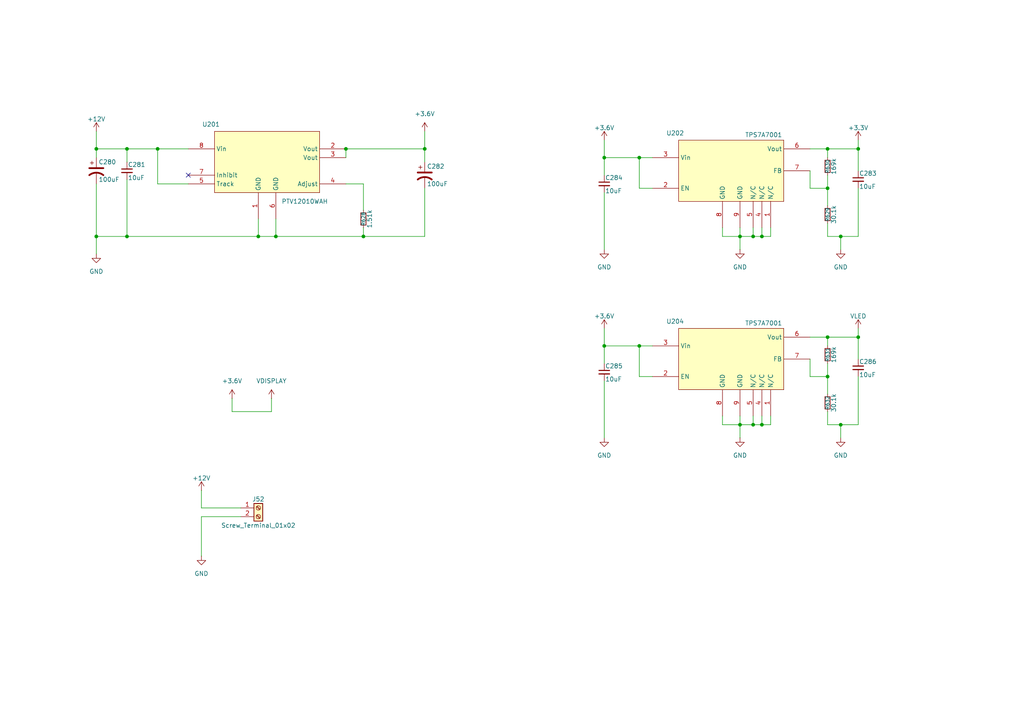
<source format=kicad_sch>
(kicad_sch
	(version 20250114)
	(generator "eeschema")
	(generator_version "9.0")
	(uuid "29e4574a-0308-445a-8057-35aeceb27942")
	(paper "A4")
	(lib_symbols
		(symbol "Connector:Screw_Terminal_01x02"
			(pin_names
				(offset 1.016)
				(hide yes)
			)
			(exclude_from_sim no)
			(in_bom yes)
			(on_board yes)
			(property "Reference" "J"
				(at 0 2.54 0)
				(effects
					(font
						(size 1.27 1.27)
					)
				)
			)
			(property "Value" "Screw_Terminal_01x02"
				(at 0 -5.08 0)
				(effects
					(font
						(size 1.27 1.27)
					)
				)
			)
			(property "Footprint" ""
				(at 0 0 0)
				(effects
					(font
						(size 1.27 1.27)
					)
					(hide yes)
				)
			)
			(property "Datasheet" "~"
				(at 0 0 0)
				(effects
					(font
						(size 1.27 1.27)
					)
					(hide yes)
				)
			)
			(property "Description" "Generic screw terminal, single row, 01x02, script generated (kicad-library-utils/schlib/autogen/connector/)"
				(at 0 0 0)
				(effects
					(font
						(size 1.27 1.27)
					)
					(hide yes)
				)
			)
			(property "ki_keywords" "screw terminal"
				(at 0 0 0)
				(effects
					(font
						(size 1.27 1.27)
					)
					(hide yes)
				)
			)
			(property "ki_fp_filters" "TerminalBlock*:*"
				(at 0 0 0)
				(effects
					(font
						(size 1.27 1.27)
					)
					(hide yes)
				)
			)
			(symbol "Screw_Terminal_01x02_1_1"
				(rectangle
					(start -1.27 1.27)
					(end 1.27 -3.81)
					(stroke
						(width 0.254)
						(type default)
					)
					(fill
						(type background)
					)
				)
				(polyline
					(pts
						(xy -0.5334 0.3302) (xy 0.3302 -0.508)
					)
					(stroke
						(width 0.1524)
						(type default)
					)
					(fill
						(type none)
					)
				)
				(polyline
					(pts
						(xy -0.5334 -2.2098) (xy 0.3302 -3.048)
					)
					(stroke
						(width 0.1524)
						(type default)
					)
					(fill
						(type none)
					)
				)
				(polyline
					(pts
						(xy -0.3556 0.508) (xy 0.508 -0.3302)
					)
					(stroke
						(width 0.1524)
						(type default)
					)
					(fill
						(type none)
					)
				)
				(polyline
					(pts
						(xy -0.3556 -2.032) (xy 0.508 -2.8702)
					)
					(stroke
						(width 0.1524)
						(type default)
					)
					(fill
						(type none)
					)
				)
				(circle
					(center 0 0)
					(radius 0.635)
					(stroke
						(width 0.1524)
						(type default)
					)
					(fill
						(type none)
					)
				)
				(circle
					(center 0 -2.54)
					(radius 0.635)
					(stroke
						(width 0.1524)
						(type default)
					)
					(fill
						(type none)
					)
				)
				(pin passive line
					(at -5.08 0 0)
					(length 3.81)
					(name "Pin_1"
						(effects
							(font
								(size 1.27 1.27)
							)
						)
					)
					(number "1"
						(effects
							(font
								(size 1.27 1.27)
							)
						)
					)
				)
				(pin passive line
					(at -5.08 -2.54 0)
					(length 3.81)
					(name "Pin_2"
						(effects
							(font
								(size 1.27 1.27)
							)
						)
					)
					(number "2"
						(effects
							(font
								(size 1.27 1.27)
							)
						)
					)
				)
			)
			(embedded_fonts no)
		)
		(symbol "Device:C_Polarized_US"
			(pin_numbers
				(hide yes)
			)
			(pin_names
				(offset 0.254)
				(hide yes)
			)
			(exclude_from_sim no)
			(in_bom yes)
			(on_board yes)
			(property "Reference" "C"
				(at 0.635 2.54 0)
				(effects
					(font
						(size 1.27 1.27)
					)
					(justify left)
				)
			)
			(property "Value" "C_Polarized_US"
				(at 0.635 -2.54 0)
				(effects
					(font
						(size 1.27 1.27)
					)
					(justify left)
				)
			)
			(property "Footprint" ""
				(at 0 0 0)
				(effects
					(font
						(size 1.27 1.27)
					)
					(hide yes)
				)
			)
			(property "Datasheet" "~"
				(at 0 0 0)
				(effects
					(font
						(size 1.27 1.27)
					)
					(hide yes)
				)
			)
			(property "Description" "Polarized capacitor, US symbol"
				(at 0 0 0)
				(effects
					(font
						(size 1.27 1.27)
					)
					(hide yes)
				)
			)
			(property "ki_keywords" "cap capacitor"
				(at 0 0 0)
				(effects
					(font
						(size 1.27 1.27)
					)
					(hide yes)
				)
			)
			(property "ki_fp_filters" "CP_*"
				(at 0 0 0)
				(effects
					(font
						(size 1.27 1.27)
					)
					(hide yes)
				)
			)
			(symbol "C_Polarized_US_0_1"
				(polyline
					(pts
						(xy -2.032 0.762) (xy 2.032 0.762)
					)
					(stroke
						(width 0.508)
						(type default)
					)
					(fill
						(type none)
					)
				)
				(polyline
					(pts
						(xy -1.778 2.286) (xy -0.762 2.286)
					)
					(stroke
						(width 0)
						(type default)
					)
					(fill
						(type none)
					)
				)
				(polyline
					(pts
						(xy -1.27 1.778) (xy -1.27 2.794)
					)
					(stroke
						(width 0)
						(type default)
					)
					(fill
						(type none)
					)
				)
				(arc
					(start -2.032 -1.27)
					(mid 0 -0.5572)
					(end 2.032 -1.27)
					(stroke
						(width 0.508)
						(type default)
					)
					(fill
						(type none)
					)
				)
			)
			(symbol "C_Polarized_US_1_1"
				(pin passive line
					(at 0 3.81 270)
					(length 2.794)
					(name "~"
						(effects
							(font
								(size 1.27 1.27)
							)
						)
					)
					(number "1"
						(effects
							(font
								(size 1.27 1.27)
							)
						)
					)
				)
				(pin passive line
					(at 0 -3.81 90)
					(length 3.302)
					(name "~"
						(effects
							(font
								(size 1.27 1.27)
							)
						)
					)
					(number "2"
						(effects
							(font
								(size 1.27 1.27)
							)
						)
					)
				)
			)
			(embedded_fonts no)
		)
		(symbol "Device:C_Small"
			(pin_numbers
				(hide yes)
			)
			(pin_names
				(offset 0.254)
				(hide yes)
			)
			(exclude_from_sim no)
			(in_bom yes)
			(on_board yes)
			(property "Reference" "C"
				(at 0.254 1.778 0)
				(effects
					(font
						(size 1.27 1.27)
					)
					(justify left)
				)
			)
			(property "Value" "C_Small"
				(at 0.254 -2.032 0)
				(effects
					(font
						(size 1.27 1.27)
					)
					(justify left)
				)
			)
			(property "Footprint" ""
				(at 0 0 0)
				(effects
					(font
						(size 1.27 1.27)
					)
					(hide yes)
				)
			)
			(property "Datasheet" "~"
				(at 0 0 0)
				(effects
					(font
						(size 1.27 1.27)
					)
					(hide yes)
				)
			)
			(property "Description" "Unpolarized capacitor, small symbol"
				(at 0 0 0)
				(effects
					(font
						(size 1.27 1.27)
					)
					(hide yes)
				)
			)
			(property "ki_keywords" "capacitor cap"
				(at 0 0 0)
				(effects
					(font
						(size 1.27 1.27)
					)
					(hide yes)
				)
			)
			(property "ki_fp_filters" "C_*"
				(at 0 0 0)
				(effects
					(font
						(size 1.27 1.27)
					)
					(hide yes)
				)
			)
			(symbol "C_Small_0_1"
				(polyline
					(pts
						(xy -1.524 0.508) (xy 1.524 0.508)
					)
					(stroke
						(width 0.3048)
						(type default)
					)
					(fill
						(type none)
					)
				)
				(polyline
					(pts
						(xy -1.524 -0.508) (xy 1.524 -0.508)
					)
					(stroke
						(width 0.3302)
						(type default)
					)
					(fill
						(type none)
					)
				)
			)
			(symbol "C_Small_1_1"
				(pin passive line
					(at 0 2.54 270)
					(length 2.032)
					(name "~"
						(effects
							(font
								(size 1.27 1.27)
							)
						)
					)
					(number "1"
						(effects
							(font
								(size 1.27 1.27)
							)
						)
					)
				)
				(pin passive line
					(at 0 -2.54 90)
					(length 2.032)
					(name "~"
						(effects
							(font
								(size 1.27 1.27)
							)
						)
					)
					(number "2"
						(effects
							(font
								(size 1.27 1.27)
							)
						)
					)
				)
			)
			(embedded_fonts no)
		)
		(symbol "Device:R_Small"
			(pin_numbers
				(hide yes)
			)
			(pin_names
				(offset 0.254)
				(hide yes)
			)
			(exclude_from_sim no)
			(in_bom yes)
			(on_board yes)
			(property "Reference" "R"
				(at 0 0 90)
				(effects
					(font
						(size 1.016 1.016)
					)
				)
			)
			(property "Value" "R_Small"
				(at 1.778 0 90)
				(effects
					(font
						(size 1.27 1.27)
					)
				)
			)
			(property "Footprint" ""
				(at 0 0 0)
				(effects
					(font
						(size 1.27 1.27)
					)
					(hide yes)
				)
			)
			(property "Datasheet" "~"
				(at 0 0 0)
				(effects
					(font
						(size 1.27 1.27)
					)
					(hide yes)
				)
			)
			(property "Description" "Resistor, small symbol"
				(at 0 0 0)
				(effects
					(font
						(size 1.27 1.27)
					)
					(hide yes)
				)
			)
			(property "ki_keywords" "R resistor"
				(at 0 0 0)
				(effects
					(font
						(size 1.27 1.27)
					)
					(hide yes)
				)
			)
			(property "ki_fp_filters" "R_*"
				(at 0 0 0)
				(effects
					(font
						(size 1.27 1.27)
					)
					(hide yes)
				)
			)
			(symbol "R_Small_0_1"
				(rectangle
					(start -0.762 1.778)
					(end 0.762 -1.778)
					(stroke
						(width 0.2032)
						(type default)
					)
					(fill
						(type none)
					)
				)
			)
			(symbol "R_Small_1_1"
				(pin passive line
					(at 0 2.54 270)
					(length 0.762)
					(name "~"
						(effects
							(font
								(size 1.27 1.27)
							)
						)
					)
					(number "1"
						(effects
							(font
								(size 1.27 1.27)
							)
						)
					)
				)
				(pin passive line
					(at 0 -2.54 90)
					(length 0.762)
					(name "~"
						(effects
							(font
								(size 1.27 1.27)
							)
						)
					)
					(number "2"
						(effects
							(font
								(size 1.27 1.27)
							)
						)
					)
				)
			)
			(embedded_fonts no)
		)
		(symbol "MegaV:PTV12010WAH"
			(exclude_from_sim no)
			(in_bom yes)
			(on_board yes)
			(property "Reference" "U"
				(at -16.256 10.922 0)
				(effects
					(font
						(size 1.27 1.27)
					)
				)
			)
			(property "Value" "PTV12010WAH"
				(at 10.922 -11.43 0)
				(effects
					(font
						(size 1.27 1.27)
					)
				)
			)
			(property "Footprint" "MegaV:EVA8"
				(at 0.254 50.038 0)
				(effects
					(font
						(size 1.27 1.27)
					)
					(hide yes)
				)
			)
			(property "Datasheet" "https://www.ti.com/lit/ds/symlink/ptv12010w.pdf?ts=1756672052240"
				(at 0 34.544 0)
				(effects
					(font
						(size 1.27 1.27)
					)
					(hide yes)
				)
			)
			(property "Description" "8A 12Vin Buck Power Module"
				(at -1.524 38.1 0)
				(effects
					(font
						(size 1.27 1.27)
					)
					(hide yes)
				)
			)
			(property "ki_keywords" "8a buck power module"
				(at 0 0 0)
				(effects
					(font
						(size 1.27 1.27)
					)
					(hide yes)
				)
			)
			(symbol "PTV12010WAH_1_1"
				(rectangle
					(start -15.24 8.89)
					(end 15.24 -8.89)
					(stroke
						(width 0)
						(type solid)
					)
					(fill
						(type background)
					)
				)
				(pin power_in line
					(at -22.86 3.81 0)
					(length 7.62)
					(name "Vin"
						(effects
							(font
								(size 1.27 1.27)
							)
						)
					)
					(number "8"
						(effects
							(font
								(size 1.27 1.27)
							)
						)
					)
				)
				(pin bidirectional line
					(at -22.86 -3.81 0)
					(length 7.62)
					(name "Inhibit"
						(effects
							(font
								(size 1.27 1.27)
							)
						)
					)
					(number "7"
						(effects
							(font
								(size 1.27 1.27)
							)
						)
					)
				)
				(pin bidirectional line
					(at -22.86 -6.35 0)
					(length 7.62)
					(name "Track"
						(effects
							(font
								(size 1.27 1.27)
							)
						)
					)
					(number "5"
						(effects
							(font
								(size 1.27 1.27)
							)
						)
					)
				)
				(pin power_in line
					(at -2.54 -16.51 90)
					(length 7.62)
					(name "GND"
						(effects
							(font
								(size 1.27 1.27)
							)
						)
					)
					(number "1"
						(effects
							(font
								(size 1.27 1.27)
							)
						)
					)
				)
				(pin power_in line
					(at 2.54 -16.51 90)
					(length 7.62)
					(name "GND"
						(effects
							(font
								(size 1.27 1.27)
							)
						)
					)
					(number "6"
						(effects
							(font
								(size 1.27 1.27)
							)
						)
					)
				)
				(pin power_out line
					(at 22.86 3.81 180)
					(length 7.62)
					(name "Vout"
						(effects
							(font
								(size 1.27 1.27)
							)
						)
					)
					(number "2"
						(effects
							(font
								(size 1.27 1.27)
							)
						)
					)
				)
				(pin power_out line
					(at 22.86 1.27 180)
					(length 7.62)
					(name "Vout"
						(effects
							(font
								(size 1.27 1.27)
							)
						)
					)
					(number "3"
						(effects
							(font
								(size 1.27 1.27)
							)
						)
					)
				)
				(pin bidirectional line
					(at 22.86 -6.35 180)
					(length 7.62)
					(name "Adjust"
						(effects
							(font
								(size 1.27 1.27)
							)
						)
					)
					(number "4"
						(effects
							(font
								(size 1.27 1.27)
							)
						)
					)
				)
			)
			(embedded_fonts no)
		)
		(symbol "MegaV:TPS7A7001"
			(exclude_from_sim no)
			(in_bom yes)
			(on_board yes)
			(property "Reference" "U"
				(at -16.256 10.922 0)
				(effects
					(font
						(size 1.27 1.27)
					)
				)
			)
			(property "Value" "TPS7A7001"
				(at 9.398 10.414 0)
				(effects
					(font
						(size 1.27 1.27)
					)
				)
			)
			(property "Footprint" "MegaV:VREG_LM5017MR_NOPB"
				(at 0.254 50.038 0)
				(effects
					(font
						(size 1.27 1.27)
					)
					(hide yes)
				)
			)
			(property "Datasheet" "https://www.ti.com/lit/ds/symlink/tps7a7001.pdf"
				(at 0 34.544 0)
				(effects
					(font
						(size 1.27 1.27)
					)
					(hide yes)
				)
			)
			(property "Description" "2A Adjustable LDO"
				(at -1.524 38.1 0)
				(effects
					(font
						(size 1.27 1.27)
					)
					(hide yes)
				)
			)
			(property "ki_keywords" "2a ldo adjustable"
				(at 0 0 0)
				(effects
					(font
						(size 1.27 1.27)
					)
					(hide yes)
				)
			)
			(symbol "TPS7A7001_1_1"
				(rectangle
					(start -15.24 8.89)
					(end 15.24 -8.89)
					(stroke
						(width 0)
						(type solid)
					)
					(fill
						(type background)
					)
				)
				(pin power_in line
					(at -22.86 3.81 0)
					(length 7.62)
					(name "Vin"
						(effects
							(font
								(size 1.27 1.27)
							)
						)
					)
					(number "3"
						(effects
							(font
								(size 1.27 1.27)
							)
						)
					)
				)
				(pin bidirectional line
					(at -22.86 -5.08 0)
					(length 7.62)
					(name "EN"
						(effects
							(font
								(size 1.27 1.27)
							)
						)
					)
					(number "2"
						(effects
							(font
								(size 1.27 1.27)
							)
						)
					)
				)
				(pin power_in line
					(at -2.54 -16.51 90)
					(length 7.62)
					(name "GND"
						(effects
							(font
								(size 1.27 1.27)
							)
						)
					)
					(number "8"
						(effects
							(font
								(size 1.27 1.27)
							)
						)
					)
				)
				(pin power_in line
					(at 2.54 -16.51 90)
					(length 7.62)
					(name "GND"
						(effects
							(font
								(size 1.27 1.27)
							)
						)
					)
					(number "9"
						(effects
							(font
								(size 1.27 1.27)
							)
						)
					)
				)
				(pin unspecified line
					(at 6.35 -16.51 90)
					(length 7.62)
					(name "N/C"
						(effects
							(font
								(size 1.27 1.27)
							)
						)
					)
					(number "5"
						(effects
							(font
								(size 1.27 1.27)
							)
						)
					)
				)
				(pin unspecified line
					(at 8.89 -16.51 90)
					(length 7.62)
					(name "N/C"
						(effects
							(font
								(size 1.27 1.27)
							)
						)
					)
					(number "4"
						(effects
							(font
								(size 1.27 1.27)
							)
						)
					)
				)
				(pin unspecified line
					(at 11.43 -16.51 90)
					(length 7.62)
					(name "N/C"
						(effects
							(font
								(size 1.27 1.27)
							)
						)
					)
					(number "1"
						(effects
							(font
								(size 1.27 1.27)
							)
						)
					)
				)
				(pin power_out line
					(at 22.86 6.35 180)
					(length 7.62)
					(name "Vout"
						(effects
							(font
								(size 1.27 1.27)
							)
						)
					)
					(number "6"
						(effects
							(font
								(size 1.27 1.27)
							)
						)
					)
				)
				(pin bidirectional line
					(at 22.86 0 180)
					(length 7.62)
					(name "FB"
						(effects
							(font
								(size 1.27 1.27)
							)
						)
					)
					(number "7"
						(effects
							(font
								(size 1.27 1.27)
							)
						)
					)
				)
			)
			(embedded_fonts no)
		)
		(symbol "power:+12V"
			(power)
			(pin_numbers
				(hide yes)
			)
			(pin_names
				(offset 0)
				(hide yes)
			)
			(exclude_from_sim no)
			(in_bom yes)
			(on_board yes)
			(property "Reference" "#PWR"
				(at 0 -3.81 0)
				(effects
					(font
						(size 1.27 1.27)
					)
					(hide yes)
				)
			)
			(property "Value" "+12V"
				(at 0 3.556 0)
				(effects
					(font
						(size 1.27 1.27)
					)
				)
			)
			(property "Footprint" ""
				(at 0 0 0)
				(effects
					(font
						(size 1.27 1.27)
					)
					(hide yes)
				)
			)
			(property "Datasheet" ""
				(at 0 0 0)
				(effects
					(font
						(size 1.27 1.27)
					)
					(hide yes)
				)
			)
			(property "Description" "Power symbol creates a global label with name \"+12V\""
				(at 0 0 0)
				(effects
					(font
						(size 1.27 1.27)
					)
					(hide yes)
				)
			)
			(property "ki_keywords" "global power"
				(at 0 0 0)
				(effects
					(font
						(size 1.27 1.27)
					)
					(hide yes)
				)
			)
			(symbol "+12V_0_1"
				(polyline
					(pts
						(xy -0.762 1.27) (xy 0 2.54)
					)
					(stroke
						(width 0)
						(type default)
					)
					(fill
						(type none)
					)
				)
				(polyline
					(pts
						(xy 0 2.54) (xy 0.762 1.27)
					)
					(stroke
						(width 0)
						(type default)
					)
					(fill
						(type none)
					)
				)
				(polyline
					(pts
						(xy 0 0) (xy 0 2.54)
					)
					(stroke
						(width 0)
						(type default)
					)
					(fill
						(type none)
					)
				)
			)
			(symbol "+12V_1_1"
				(pin power_in line
					(at 0 0 90)
					(length 0)
					(name "~"
						(effects
							(font
								(size 1.27 1.27)
							)
						)
					)
					(number "1"
						(effects
							(font
								(size 1.27 1.27)
							)
						)
					)
				)
			)
			(embedded_fonts no)
		)
		(symbol "power:+3.3V"
			(power)
			(pin_numbers
				(hide yes)
			)
			(pin_names
				(offset 0)
				(hide yes)
			)
			(exclude_from_sim no)
			(in_bom yes)
			(on_board yes)
			(property "Reference" "#PWR"
				(at 0 -3.81 0)
				(effects
					(font
						(size 1.27 1.27)
					)
					(hide yes)
				)
			)
			(property "Value" "+3.3V"
				(at 0 3.556 0)
				(effects
					(font
						(size 1.27 1.27)
					)
				)
			)
			(property "Footprint" ""
				(at 0 0 0)
				(effects
					(font
						(size 1.27 1.27)
					)
					(hide yes)
				)
			)
			(property "Datasheet" ""
				(at 0 0 0)
				(effects
					(font
						(size 1.27 1.27)
					)
					(hide yes)
				)
			)
			(property "Description" "Power symbol creates a global label with name \"+3.3V\""
				(at 0 0 0)
				(effects
					(font
						(size 1.27 1.27)
					)
					(hide yes)
				)
			)
			(property "ki_keywords" "global power"
				(at 0 0 0)
				(effects
					(font
						(size 1.27 1.27)
					)
					(hide yes)
				)
			)
			(symbol "+3.3V_0_1"
				(polyline
					(pts
						(xy -0.762 1.27) (xy 0 2.54)
					)
					(stroke
						(width 0)
						(type default)
					)
					(fill
						(type none)
					)
				)
				(polyline
					(pts
						(xy 0 2.54) (xy 0.762 1.27)
					)
					(stroke
						(width 0)
						(type default)
					)
					(fill
						(type none)
					)
				)
				(polyline
					(pts
						(xy 0 0) (xy 0 2.54)
					)
					(stroke
						(width 0)
						(type default)
					)
					(fill
						(type none)
					)
				)
			)
			(symbol "+3.3V_1_1"
				(pin power_in line
					(at 0 0 90)
					(length 0)
					(name "~"
						(effects
							(font
								(size 1.27 1.27)
							)
						)
					)
					(number "1"
						(effects
							(font
								(size 1.27 1.27)
							)
						)
					)
				)
			)
			(embedded_fonts no)
		)
		(symbol "power:GND"
			(power)
			(pin_numbers
				(hide yes)
			)
			(pin_names
				(offset 0)
				(hide yes)
			)
			(exclude_from_sim no)
			(in_bom yes)
			(on_board yes)
			(property "Reference" "#PWR"
				(at 0 -6.35 0)
				(effects
					(font
						(size 1.27 1.27)
					)
					(hide yes)
				)
			)
			(property "Value" "GND"
				(at 0 -3.81 0)
				(effects
					(font
						(size 1.27 1.27)
					)
				)
			)
			(property "Footprint" ""
				(at 0 0 0)
				(effects
					(font
						(size 1.27 1.27)
					)
					(hide yes)
				)
			)
			(property "Datasheet" ""
				(at 0 0 0)
				(effects
					(font
						(size 1.27 1.27)
					)
					(hide yes)
				)
			)
			(property "Description" "Power symbol creates a global label with name \"GND\" , ground"
				(at 0 0 0)
				(effects
					(font
						(size 1.27 1.27)
					)
					(hide yes)
				)
			)
			(property "ki_keywords" "global power"
				(at 0 0 0)
				(effects
					(font
						(size 1.27 1.27)
					)
					(hide yes)
				)
			)
			(symbol "GND_0_1"
				(polyline
					(pts
						(xy 0 0) (xy 0 -1.27) (xy 1.27 -1.27) (xy 0 -2.54) (xy -1.27 -1.27) (xy 0 -1.27)
					)
					(stroke
						(width 0)
						(type default)
					)
					(fill
						(type none)
					)
				)
			)
			(symbol "GND_1_1"
				(pin power_in line
					(at 0 0 270)
					(length 0)
					(name "~"
						(effects
							(font
								(size 1.27 1.27)
							)
						)
					)
					(number "1"
						(effects
							(font
								(size 1.27 1.27)
							)
						)
					)
				)
			)
			(embedded_fonts no)
		)
	)
	(junction
		(at 36.83 43.18)
		(diameter 0)
		(color 0 0 0 0)
		(uuid "0257214b-bc13-4e17-8dc1-1882fbbcab04")
	)
	(junction
		(at 27.94 43.18)
		(diameter 0)
		(color 0 0 0 0)
		(uuid "1481876b-e394-4b67-9020-53a03885401b")
	)
	(junction
		(at 185.42 45.72)
		(diameter 0)
		(color 0 0 0 0)
		(uuid "1b3e36ae-ed9e-4c71-b85e-c427dcbf5854")
	)
	(junction
		(at 185.42 100.33)
		(diameter 0)
		(color 0 0 0 0)
		(uuid "266aa6c1-59d7-4f09-9733-11b10de5e3b4")
	)
	(junction
		(at 240.03 54.61)
		(diameter 0)
		(color 0 0 0 0)
		(uuid "3ce15a76-6362-4338-8a7d-da26475fa9c6")
	)
	(junction
		(at 80.01 68.58)
		(diameter 0)
		(color 0 0 0 0)
		(uuid "50dd0856-f9d8-499c-9a35-98e8909b8e30")
	)
	(junction
		(at 214.63 123.19)
		(diameter 0)
		(color 0 0 0 0)
		(uuid "510ff168-f359-4325-8ded-ff5d231763a8")
	)
	(junction
		(at 123.19 43.18)
		(diameter 0)
		(color 0 0 0 0)
		(uuid "6129846f-8ef8-4c0d-88e0-191352e6944f")
	)
	(junction
		(at 100.33 43.18)
		(diameter 0)
		(color 0 0 0 0)
		(uuid "63994c8f-846e-48cb-84b5-0491d47f64fe")
	)
	(junction
		(at 214.63 68.58)
		(diameter 0)
		(color 0 0 0 0)
		(uuid "640fb20f-b78e-4673-a939-887116967d83")
	)
	(junction
		(at 220.98 123.19)
		(diameter 0)
		(color 0 0 0 0)
		(uuid "75055f5f-70d8-44bc-a4e4-9424b3fc93bc")
	)
	(junction
		(at 36.83 68.58)
		(diameter 0)
		(color 0 0 0 0)
		(uuid "7eb600fd-e977-481a-91f3-3665c8fbc51b")
	)
	(junction
		(at 243.84 123.19)
		(diameter 0)
		(color 0 0 0 0)
		(uuid "82c951f5-f5d5-4acc-ab3f-ee589795666d")
	)
	(junction
		(at 220.98 68.58)
		(diameter 0)
		(color 0 0 0 0)
		(uuid "8b23a04d-4a8a-4850-a5a6-6f576b7d87c1")
	)
	(junction
		(at 240.03 109.22)
		(diameter 0)
		(color 0 0 0 0)
		(uuid "979b32b5-202d-440b-9662-90bf415557cd")
	)
	(junction
		(at 240.03 97.79)
		(diameter 0)
		(color 0 0 0 0)
		(uuid "986b388f-b570-44da-afda-84b6fac3e582")
	)
	(junction
		(at 243.84 68.58)
		(diameter 0)
		(color 0 0 0 0)
		(uuid "9cb1d0c6-7356-49ce-988a-e0683f1b0686")
	)
	(junction
		(at 74.93 68.58)
		(diameter 0)
		(color 0 0 0 0)
		(uuid "9d9d79a4-ab16-470b-8b52-a9d5da710a55")
	)
	(junction
		(at 175.26 100.33)
		(diameter 0)
		(color 0 0 0 0)
		(uuid "b47025ff-9a4b-42d6-8a77-909c566a0d7d")
	)
	(junction
		(at 45.72 43.18)
		(diameter 0)
		(color 0 0 0 0)
		(uuid "c232f933-8c34-4ef6-9b09-55c6c853688d")
	)
	(junction
		(at 218.44 68.58)
		(diameter 0)
		(color 0 0 0 0)
		(uuid "cf98e768-cdf4-441a-be3e-fe6a42f0ed8a")
	)
	(junction
		(at 175.26 45.72)
		(diameter 0)
		(color 0 0 0 0)
		(uuid "d3b5a4ac-960c-45bc-a30f-c085afabdce7")
	)
	(junction
		(at 27.94 68.58)
		(diameter 0)
		(color 0 0 0 0)
		(uuid "d5216687-9892-483c-91be-ef4318e77a39")
	)
	(junction
		(at 248.92 43.18)
		(diameter 0)
		(color 0 0 0 0)
		(uuid "da4e6526-f2c7-412e-84cb-b60fb6916376")
	)
	(junction
		(at 218.44 123.19)
		(diameter 0)
		(color 0 0 0 0)
		(uuid "f1b0d7f7-8d92-459b-85af-9d0b003c97a3")
	)
	(junction
		(at 248.92 97.79)
		(diameter 0)
		(color 0 0 0 0)
		(uuid "f35bd761-a6e3-4720-ab26-baf234042b11")
	)
	(junction
		(at 240.03 43.18)
		(diameter 0)
		(color 0 0 0 0)
		(uuid "f66b7d74-2db1-40d7-8cb5-cbe9370d207b")
	)
	(junction
		(at 105.41 68.58)
		(diameter 0)
		(color 0 0 0 0)
		(uuid "f9f13ee0-f6c0-401d-a2b9-c0b34add5cc7")
	)
	(no_connect
		(at 54.61 50.8)
		(uuid "50858d6f-379e-47e5-91bd-d17efd2ab784")
	)
	(wire
		(pts
			(xy 189.23 54.61) (xy 185.42 54.61)
		)
		(stroke
			(width 0)
			(type default)
		)
		(uuid "05a2b8df-adf8-4902-9ac6-2e001112d05f")
	)
	(wire
		(pts
			(xy 218.44 123.19) (xy 214.63 123.19)
		)
		(stroke
			(width 0)
			(type default)
		)
		(uuid "070f46c0-366d-4a5d-8977-fec54d6321ca")
	)
	(wire
		(pts
			(xy 223.52 68.58) (xy 220.98 68.58)
		)
		(stroke
			(width 0)
			(type default)
		)
		(uuid "0f74876a-970d-4545-9013-bb86fe730241")
	)
	(wire
		(pts
			(xy 175.26 100.33) (xy 185.42 100.33)
		)
		(stroke
			(width 0)
			(type default)
		)
		(uuid "10da556a-0b7c-4437-b0aa-cccb6da4c2bc")
	)
	(wire
		(pts
			(xy 80.01 63.5) (xy 80.01 68.58)
		)
		(stroke
			(width 0)
			(type default)
		)
		(uuid "1a9d1dab-5f44-4e61-8d71-d0a7a78b75b6")
	)
	(wire
		(pts
			(xy 100.33 43.18) (xy 100.33 45.72)
		)
		(stroke
			(width 0)
			(type default)
		)
		(uuid "1bd3d652-cd5e-4093-b7aa-2c03490594f4")
	)
	(wire
		(pts
			(xy 209.55 120.65) (xy 209.55 123.19)
		)
		(stroke
			(width 0)
			(type default)
		)
		(uuid "1fa34780-9e9a-47c7-af4d-0022cc4def87")
	)
	(wire
		(pts
			(xy 248.92 49.53) (xy 248.92 43.18)
		)
		(stroke
			(width 0)
			(type default)
		)
		(uuid "1fe692fd-20f1-426d-933a-9b0c319ee42e")
	)
	(wire
		(pts
			(xy 220.98 66.04) (xy 220.98 68.58)
		)
		(stroke
			(width 0)
			(type default)
		)
		(uuid "202c245b-3422-4e1f-9ea4-7fa2907e9a3d")
	)
	(wire
		(pts
			(xy 243.84 68.58) (xy 243.84 72.39)
		)
		(stroke
			(width 0)
			(type default)
		)
		(uuid "29fd2081-b59b-4bb7-9244-66379aea076a")
	)
	(wire
		(pts
			(xy 248.92 97.79) (xy 240.03 97.79)
		)
		(stroke
			(width 0)
			(type default)
		)
		(uuid "2caf4631-808e-4adc-bddc-194c43808350")
	)
	(wire
		(pts
			(xy 240.03 43.18) (xy 240.03 45.72)
		)
		(stroke
			(width 0)
			(type default)
		)
		(uuid "30537893-fd4a-485f-b1d3-3c5ab3ae46d1")
	)
	(wire
		(pts
			(xy 240.03 64.77) (xy 240.03 68.58)
		)
		(stroke
			(width 0)
			(type default)
		)
		(uuid "315d6e2c-ef70-4b78-bbe7-415a74f8b5a3")
	)
	(wire
		(pts
			(xy 214.63 66.04) (xy 214.63 68.58)
		)
		(stroke
			(width 0)
			(type default)
		)
		(uuid "3546f981-a22c-4cf0-90be-93b19e8d5b74")
	)
	(wire
		(pts
			(xy 209.55 68.58) (xy 214.63 68.58)
		)
		(stroke
			(width 0)
			(type default)
		)
		(uuid "37af94dc-76a4-49ef-95c4-28fd93b1ed30")
	)
	(wire
		(pts
			(xy 234.95 109.22) (xy 240.03 109.22)
		)
		(stroke
			(width 0)
			(type default)
		)
		(uuid "381b8b7e-8a7b-4452-83d4-37d3a6c46fbe")
	)
	(wire
		(pts
			(xy 209.55 123.19) (xy 214.63 123.19)
		)
		(stroke
			(width 0)
			(type default)
		)
		(uuid "3a158da3-b580-4159-8b43-63b3f7ac40ca")
	)
	(wire
		(pts
			(xy 175.26 45.72) (xy 185.42 45.72)
		)
		(stroke
			(width 0)
			(type default)
		)
		(uuid "3b152fc2-967c-4d72-ae3a-1719f887c7e5")
	)
	(wire
		(pts
			(xy 223.52 66.04) (xy 223.52 68.58)
		)
		(stroke
			(width 0)
			(type default)
		)
		(uuid "3c72b04c-9ddb-4d79-8a66-bb7a9b8babaf")
	)
	(wire
		(pts
			(xy 36.83 68.58) (xy 74.93 68.58)
		)
		(stroke
			(width 0)
			(type default)
		)
		(uuid "3e352153-cb33-4222-9828-0715258ec9fb")
	)
	(wire
		(pts
			(xy 123.19 54.61) (xy 123.19 68.58)
		)
		(stroke
			(width 0)
			(type default)
		)
		(uuid "4139f870-2c97-4fdb-b6fa-b2302958ba58")
	)
	(wire
		(pts
			(xy 240.03 50.8) (xy 240.03 54.61)
		)
		(stroke
			(width 0)
			(type default)
		)
		(uuid "4930fff2-7493-413f-a608-2233e1126fd2")
	)
	(wire
		(pts
			(xy 220.98 120.65) (xy 220.98 123.19)
		)
		(stroke
			(width 0)
			(type default)
		)
		(uuid "49dbc647-d4c3-4450-8d09-921a0cacabde")
	)
	(wire
		(pts
			(xy 234.95 43.18) (xy 240.03 43.18)
		)
		(stroke
			(width 0)
			(type default)
		)
		(uuid "4b7f495e-8943-4f66-bf78-b9edac5addd7")
	)
	(wire
		(pts
			(xy 218.44 66.04) (xy 218.44 68.58)
		)
		(stroke
			(width 0)
			(type default)
		)
		(uuid "50dbcd7d-f0eb-432b-b1ae-9b7896e13c94")
	)
	(wire
		(pts
			(xy 248.92 40.64) (xy 248.92 43.18)
		)
		(stroke
			(width 0)
			(type default)
		)
		(uuid "5323aa5e-996f-427b-babb-0d4e1116114f")
	)
	(wire
		(pts
			(xy 248.92 95.25) (xy 248.92 97.79)
		)
		(stroke
			(width 0)
			(type default)
		)
		(uuid "53c463dc-bccc-47f7-b2ff-0c9185db3d71")
	)
	(wire
		(pts
			(xy 36.83 68.58) (xy 36.83 52.07)
		)
		(stroke
			(width 0)
			(type default)
		)
		(uuid "56d25420-7abf-4119-9815-f46f6de7bb1f")
	)
	(wire
		(pts
			(xy 185.42 54.61) (xy 185.42 45.72)
		)
		(stroke
			(width 0)
			(type default)
		)
		(uuid "57b82a4e-7bdc-4fd0-80ea-21f5f810b2fe")
	)
	(wire
		(pts
			(xy 74.93 63.5) (xy 74.93 68.58)
		)
		(stroke
			(width 0)
			(type default)
		)
		(uuid "5a59f5a4-605a-43c1-8053-7a7642bca2d6")
	)
	(wire
		(pts
			(xy 175.26 55.88) (xy 175.26 72.39)
		)
		(stroke
			(width 0)
			(type default)
		)
		(uuid "5df60cf3-0c7a-49ff-bffa-bbea0f06db40")
	)
	(wire
		(pts
			(xy 240.03 119.38) (xy 240.03 123.19)
		)
		(stroke
			(width 0)
			(type default)
		)
		(uuid "5f2d8991-eeb3-4695-beb6-b32481eccf54")
	)
	(wire
		(pts
			(xy 123.19 43.18) (xy 123.19 46.99)
		)
		(stroke
			(width 0)
			(type default)
		)
		(uuid "63cad7e5-c881-46db-9f85-bebe7266ff57")
	)
	(wire
		(pts
			(xy 240.03 109.22) (xy 240.03 114.3)
		)
		(stroke
			(width 0)
			(type default)
		)
		(uuid "65d3123d-9cf8-431d-85ad-aa4df4091a8d")
	)
	(wire
		(pts
			(xy 45.72 53.34) (xy 45.72 43.18)
		)
		(stroke
			(width 0)
			(type default)
		)
		(uuid "65dfbf16-242c-4f54-be7d-f41941202a8b")
	)
	(wire
		(pts
			(xy 243.84 68.58) (xy 240.03 68.58)
		)
		(stroke
			(width 0)
			(type default)
		)
		(uuid "69f92976-a5d1-4a4d-b688-f52d448cd48f")
	)
	(wire
		(pts
			(xy 240.03 54.61) (xy 240.03 59.69)
		)
		(stroke
			(width 0)
			(type default)
		)
		(uuid "6c8d5e56-1c4c-4faf-a81d-ef9d94dffa2b")
	)
	(wire
		(pts
			(xy 69.85 147.32) (xy 58.42 147.32)
		)
		(stroke
			(width 0)
			(type default)
		)
		(uuid "6de2110b-50a0-40ee-bed3-ee606067f200")
	)
	(wire
		(pts
			(xy 36.83 43.18) (xy 45.72 43.18)
		)
		(stroke
			(width 0)
			(type default)
		)
		(uuid "6f08fc18-4156-4d3c-964c-2995ac691552")
	)
	(wire
		(pts
			(xy 248.92 68.58) (xy 243.84 68.58)
		)
		(stroke
			(width 0)
			(type default)
		)
		(uuid "735e7b7a-bfa6-43a8-96ab-ee3450178b6c")
	)
	(wire
		(pts
			(xy 189.23 109.22) (xy 185.42 109.22)
		)
		(stroke
			(width 0)
			(type default)
		)
		(uuid "765e1eda-7a69-445a-987c-b137d504ad04")
	)
	(wire
		(pts
			(xy 234.95 54.61) (xy 240.03 54.61)
		)
		(stroke
			(width 0)
			(type default)
		)
		(uuid "76904acb-db18-414b-8f33-fb79aec3bfa3")
	)
	(wire
		(pts
			(xy 175.26 100.33) (xy 175.26 105.41)
		)
		(stroke
			(width 0)
			(type default)
		)
		(uuid "79b321d6-44a0-4b6b-88e5-6a3d385ddd06")
	)
	(wire
		(pts
			(xy 214.63 68.58) (xy 214.63 72.39)
		)
		(stroke
			(width 0)
			(type default)
		)
		(uuid "7acedfd9-f8e0-4038-8af8-4aa5f3db0a3b")
	)
	(wire
		(pts
			(xy 100.33 43.18) (xy 123.19 43.18)
		)
		(stroke
			(width 0)
			(type default)
		)
		(uuid "7de122d7-69d7-4261-bd49-348f42ab2da0")
	)
	(wire
		(pts
			(xy 248.92 104.14) (xy 248.92 97.79)
		)
		(stroke
			(width 0)
			(type default)
		)
		(uuid "7ee4724d-3045-4a7b-b744-4b20421e0c39")
	)
	(wire
		(pts
			(xy 67.31 115.57) (xy 67.31 119.38)
		)
		(stroke
			(width 0)
			(type default)
		)
		(uuid "8010441f-2d8b-4dea-8416-294cac6bcc8e")
	)
	(wire
		(pts
			(xy 54.61 53.34) (xy 45.72 53.34)
		)
		(stroke
			(width 0)
			(type default)
		)
		(uuid "84302b3f-fcec-4875-8991-deb2e6d5e24c")
	)
	(wire
		(pts
			(xy 105.41 53.34) (xy 105.41 60.96)
		)
		(stroke
			(width 0)
			(type default)
		)
		(uuid "85b04ad5-be92-4c71-b481-bdd3aabc73c6")
	)
	(wire
		(pts
			(xy 58.42 147.32) (xy 58.42 142.24)
		)
		(stroke
			(width 0)
			(type default)
		)
		(uuid "8667e327-150d-4dee-8f97-eea17bdeef79")
	)
	(wire
		(pts
			(xy 248.92 109.22) (xy 248.92 123.19)
		)
		(stroke
			(width 0)
			(type default)
		)
		(uuid "8b3deb9e-2981-4e63-a118-4d252aa1c3e8")
	)
	(wire
		(pts
			(xy 27.94 38.1) (xy 27.94 43.18)
		)
		(stroke
			(width 0)
			(type default)
		)
		(uuid "8be1a5b7-c757-4f0b-9d83-546f977182f7")
	)
	(wire
		(pts
			(xy 100.33 53.34) (xy 105.41 53.34)
		)
		(stroke
			(width 0)
			(type default)
		)
		(uuid "8f414c65-c473-4fe8-8bf0-104fda410016")
	)
	(wire
		(pts
			(xy 27.94 43.18) (xy 36.83 43.18)
		)
		(stroke
			(width 0)
			(type default)
		)
		(uuid "94b9ce0b-0e80-45bc-8c2f-51693fbcb72f")
	)
	(wire
		(pts
			(xy 175.26 110.49) (xy 175.26 127)
		)
		(stroke
			(width 0)
			(type default)
		)
		(uuid "94e60989-d1e0-4407-bbb6-cb916e256830")
	)
	(wire
		(pts
			(xy 175.26 95.25) (xy 175.26 100.33)
		)
		(stroke
			(width 0)
			(type default)
		)
		(uuid "9a9e2895-b04c-4c3a-b83e-f598431fed72")
	)
	(wire
		(pts
			(xy 220.98 68.58) (xy 218.44 68.58)
		)
		(stroke
			(width 0)
			(type default)
		)
		(uuid "9c5bdb3c-f71e-4bef-bbab-29db17170e3a")
	)
	(wire
		(pts
			(xy 27.94 68.58) (xy 27.94 73.66)
		)
		(stroke
			(width 0)
			(type default)
		)
		(uuid "9fccda08-4bd2-4f1c-8dae-bc0dcae5ffc9")
	)
	(wire
		(pts
			(xy 220.98 123.19) (xy 218.44 123.19)
		)
		(stroke
			(width 0)
			(type default)
		)
		(uuid "a1bf1f68-9881-4d66-a21a-9ed5f773db6c")
	)
	(wire
		(pts
			(xy 234.95 109.22) (xy 234.95 104.14)
		)
		(stroke
			(width 0)
			(type default)
		)
		(uuid "a246d7bf-3831-4f60-9e84-1ad78374e0ff")
	)
	(wire
		(pts
			(xy 240.03 105.41) (xy 240.03 109.22)
		)
		(stroke
			(width 0)
			(type default)
		)
		(uuid "a3c5d2a6-f237-4de1-b919-dbb92b62adb2")
	)
	(wire
		(pts
			(xy 36.83 43.18) (xy 36.83 46.99)
		)
		(stroke
			(width 0)
			(type default)
		)
		(uuid "a42b6b1f-7154-4f9f-bf42-47c75f908a4a")
	)
	(wire
		(pts
			(xy 248.92 43.18) (xy 240.03 43.18)
		)
		(stroke
			(width 0)
			(type default)
		)
		(uuid "a44775e8-8d20-40c0-b8bd-e5e1a8044c4b")
	)
	(wire
		(pts
			(xy 105.41 66.04) (xy 105.41 68.58)
		)
		(stroke
			(width 0)
			(type default)
		)
		(uuid "aa97f44c-1550-4969-b7a1-6381baf3aa34")
	)
	(wire
		(pts
			(xy 234.95 54.61) (xy 234.95 49.53)
		)
		(stroke
			(width 0)
			(type default)
		)
		(uuid "b306f47c-0cb9-42f5-b07b-21f4cd4d4ff9")
	)
	(wire
		(pts
			(xy 67.31 119.38) (xy 78.74 119.38)
		)
		(stroke
			(width 0)
			(type default)
		)
		(uuid "b3e837c1-d96c-493c-8fd5-60958085793f")
	)
	(wire
		(pts
			(xy 74.93 68.58) (xy 80.01 68.58)
		)
		(stroke
			(width 0)
			(type default)
		)
		(uuid "b408b78f-eb8a-4f58-963c-e608773f32a1")
	)
	(wire
		(pts
			(xy 248.92 54.61) (xy 248.92 68.58)
		)
		(stroke
			(width 0)
			(type default)
		)
		(uuid "b409f2aa-90a4-4c82-8005-3d03c1c117be")
	)
	(wire
		(pts
			(xy 27.94 43.18) (xy 27.94 45.72)
		)
		(stroke
			(width 0)
			(type default)
		)
		(uuid "b556a33e-ae2d-43e9-ba1f-845529d98212")
	)
	(wire
		(pts
			(xy 58.42 149.86) (xy 69.85 149.86)
		)
		(stroke
			(width 0)
			(type default)
		)
		(uuid "b8c71cf2-61af-490a-a8fd-7e4c5c315e5b")
	)
	(wire
		(pts
			(xy 185.42 45.72) (xy 189.23 45.72)
		)
		(stroke
			(width 0)
			(type default)
		)
		(uuid "c017d200-0bc4-4c7a-8b3f-69fe05321113")
	)
	(wire
		(pts
			(xy 58.42 161.29) (xy 58.42 149.86)
		)
		(stroke
			(width 0)
			(type default)
		)
		(uuid "c0c66d15-eff6-4c62-854b-32222b522af5")
	)
	(wire
		(pts
			(xy 218.44 120.65) (xy 218.44 123.19)
		)
		(stroke
			(width 0)
			(type default)
		)
		(uuid "c26e6361-d7a4-4864-a9ad-8d4a22f9c69c")
	)
	(wire
		(pts
			(xy 240.03 97.79) (xy 240.03 100.33)
		)
		(stroke
			(width 0)
			(type default)
		)
		(uuid "c5097a59-5336-4eb1-94c8-1867fd39c2a2")
	)
	(wire
		(pts
			(xy 234.95 97.79) (xy 240.03 97.79)
		)
		(stroke
			(width 0)
			(type default)
		)
		(uuid "c554a88c-eefc-484a-a4d4-f50791c14436")
	)
	(wire
		(pts
			(xy 209.55 66.04) (xy 209.55 68.58)
		)
		(stroke
			(width 0)
			(type default)
		)
		(uuid "c6642b60-f9e0-44a3-a490-0f8007fcc79f")
	)
	(wire
		(pts
			(xy 27.94 68.58) (xy 36.83 68.58)
		)
		(stroke
			(width 0)
			(type default)
		)
		(uuid "c7af349d-31b5-407b-b268-71ab32e48508")
	)
	(wire
		(pts
			(xy 218.44 68.58) (xy 214.63 68.58)
		)
		(stroke
			(width 0)
			(type default)
		)
		(uuid "c908177c-a1ec-4d51-86d7-7cce319933eb")
	)
	(wire
		(pts
			(xy 214.63 120.65) (xy 214.63 123.19)
		)
		(stroke
			(width 0)
			(type default)
		)
		(uuid "c91407d0-58ac-494a-809f-1d248f18c1d0")
	)
	(wire
		(pts
			(xy 105.41 68.58) (xy 123.19 68.58)
		)
		(stroke
			(width 0)
			(type default)
		)
		(uuid "ccac9e33-6dad-4003-ab00-79441e737b47")
	)
	(wire
		(pts
			(xy 45.72 43.18) (xy 54.61 43.18)
		)
		(stroke
			(width 0)
			(type default)
		)
		(uuid "cf2e72a3-509c-4ac7-9a46-53617b9fa64b")
	)
	(wire
		(pts
			(xy 223.52 123.19) (xy 220.98 123.19)
		)
		(stroke
			(width 0)
			(type default)
		)
		(uuid "d7fb8a3e-0afa-4c2b-b8a8-8050a0cb35a8")
	)
	(wire
		(pts
			(xy 185.42 109.22) (xy 185.42 100.33)
		)
		(stroke
			(width 0)
			(type default)
		)
		(uuid "d96bf780-d12f-4806-b402-eff31961a8b9")
	)
	(wire
		(pts
			(xy 175.26 45.72) (xy 175.26 50.8)
		)
		(stroke
			(width 0)
			(type default)
		)
		(uuid "dafdadab-16f2-4698-b5aa-d5f3b1d448a3")
	)
	(wire
		(pts
			(xy 27.94 53.34) (xy 27.94 68.58)
		)
		(stroke
			(width 0)
			(type default)
		)
		(uuid "db1fd7b9-104c-49e2-bb9b-a0f3314448e3")
	)
	(wire
		(pts
			(xy 243.84 123.19) (xy 240.03 123.19)
		)
		(stroke
			(width 0)
			(type default)
		)
		(uuid "ddeec58b-c5ec-4a1a-b498-9bd577c6b214")
	)
	(wire
		(pts
			(xy 175.26 40.64) (xy 175.26 45.72)
		)
		(stroke
			(width 0)
			(type default)
		)
		(uuid "e1f48116-6fbf-474e-b01a-0b50d226dd70")
	)
	(wire
		(pts
			(xy 123.19 38.1) (xy 123.19 43.18)
		)
		(stroke
			(width 0)
			(type default)
		)
		(uuid "e53a4014-0a86-4ad5-b8d1-3fe7396badd6")
	)
	(wire
		(pts
			(xy 243.84 123.19) (xy 243.84 127)
		)
		(stroke
			(width 0)
			(type default)
		)
		(uuid "e56f06d7-aabb-40a6-901e-a1bc8214a020")
	)
	(wire
		(pts
			(xy 223.52 120.65) (xy 223.52 123.19)
		)
		(stroke
			(width 0)
			(type default)
		)
		(uuid "e5750ad1-3a83-413b-93fb-471f130658e9")
	)
	(wire
		(pts
			(xy 78.74 119.38) (xy 78.74 115.57)
		)
		(stroke
			(width 0)
			(type default)
		)
		(uuid "edf7b7dd-6fc6-40ae-a9d7-d7c37e5bb148")
	)
	(wire
		(pts
			(xy 248.92 123.19) (xy 243.84 123.19)
		)
		(stroke
			(width 0)
			(type default)
		)
		(uuid "f06c7488-f75a-48fd-9389-2f947fcfead5")
	)
	(wire
		(pts
			(xy 80.01 68.58) (xy 105.41 68.58)
		)
		(stroke
			(width 0)
			(type default)
		)
		(uuid "f65e8713-356a-4a4f-b890-69e98067f12a")
	)
	(wire
		(pts
			(xy 185.42 100.33) (xy 189.23 100.33)
		)
		(stroke
			(width 0)
			(type default)
		)
		(uuid "fb298cc4-ba78-4e74-86a4-e462077f9c05")
	)
	(wire
		(pts
			(xy 214.63 123.19) (xy 214.63 127)
		)
		(stroke
			(width 0)
			(type default)
		)
		(uuid "fbf50894-f7ab-4078-898d-e393c22392a7")
	)
	(symbol
		(lib_id "power:+12V")
		(at 27.94 38.1 0)
		(unit 1)
		(exclude_from_sim no)
		(in_bom yes)
		(on_board yes)
		(dnp no)
		(uuid "01a11473-8411-46f8-bb4f-6e6a829587b3")
		(property "Reference" "#PWR01030"
			(at 27.94 41.91 0)
			(effects
				(font
					(size 1.27 1.27)
				)
				(hide yes)
			)
		)
		(property "Value" "+12V"
			(at 27.94 34.544 0)
			(effects
				(font
					(size 1.27 1.27)
				)
			)
		)
		(property "Footprint" ""
			(at 27.94 38.1 0)
			(effects
				(font
					(size 1.27 1.27)
				)
				(hide yes)
			)
		)
		(property "Datasheet" ""
			(at 27.94 38.1 0)
			(effects
				(font
					(size 1.27 1.27)
				)
				(hide yes)
			)
		)
		(property "Description" "Power symbol creates a global label with name \"+12V\""
			(at 27.94 38.1 0)
			(effects
				(font
					(size 1.27 1.27)
				)
				(hide yes)
			)
		)
		(pin "1"
			(uuid "bdcf94fa-81ca-4253-892e-6ddd440489c3")
		)
		(instances
			(project ""
				(path "/dac92c16-d50a-40d0-a20a-6327cf29a06e/b1657c11-a4de-460e-8ff3-cce6713556db"
					(reference "#PWR01030")
					(unit 1)
				)
			)
		)
	)
	(symbol
		(lib_id "MegaV:TPS7A7001")
		(at 212.09 104.14 0)
		(unit 1)
		(exclude_from_sim no)
		(in_bom yes)
		(on_board yes)
		(dnp no)
		(uuid "02e7596f-3873-47db-8ff1-4cd691886554")
		(property "Reference" "U204"
			(at 195.834 93.218 0)
			(effects
				(font
					(size 1.27 1.27)
				)
			)
		)
		(property "Value" "TPS7A7001"
			(at 221.488 93.726 0)
			(effects
				(font
					(size 1.27 1.27)
				)
			)
		)
		(property "Footprint" "MegaV:VREG_LM5017MR_NOPB"
			(at 212.344 54.102 0)
			(effects
				(font
					(size 1.27 1.27)
				)
				(hide yes)
			)
		)
		(property "Datasheet" "https://www.ti.com/lit/ds/symlink/tps7a7001.pdf"
			(at 212.09 69.596 0)
			(effects
				(font
					(size 1.27 1.27)
				)
				(hide yes)
			)
		)
		(property "Description" "2A Adjustable LDO"
			(at 210.566 66.04 0)
			(effects
				(font
					(size 1.27 1.27)
				)
				(hide yes)
			)
		)
		(pin "9"
			(uuid "aee6b00a-fdc5-4df9-a412-506405906601")
		)
		(pin "2"
			(uuid "4427f235-49ea-4533-a295-b814a7e25f7f")
		)
		(pin "5"
			(uuid "f13751c2-6692-413a-af6a-45085748ba1d")
		)
		(pin "7"
			(uuid "7d91c2b2-7c48-413f-9900-c9d500b26d07")
		)
		(pin "4"
			(uuid "0f16148f-cf8d-4a6c-9b57-29992ef72d8b")
		)
		(pin "8"
			(uuid "2b014e98-a0f1-4321-ab98-56835d088865")
		)
		(pin "3"
			(uuid "6f4955ad-8bcc-4c74-add7-dbcafb9c2d9c")
		)
		(pin "1"
			(uuid "a88fc9cc-3337-4420-b557-1bd66a626ada")
		)
		(pin "6"
			(uuid "3a1c3aa3-e8a3-44c8-94bd-b61ca84c258f")
		)
		(instances
			(project "alu"
				(path "/dac92c16-d50a-40d0-a20a-6327cf29a06e/b1657c11-a4de-460e-8ff3-cce6713556db"
					(reference "U204")
					(unit 1)
				)
			)
		)
	)
	(symbol
		(lib_id "power:+3.3V")
		(at 67.31 115.57 0)
		(unit 1)
		(exclude_from_sim no)
		(in_bom yes)
		(on_board yes)
		(dnp no)
		(fields_autoplaced yes)
		(uuid "0dd7d795-805b-4ecc-9028-7e380bc916f3")
		(property "Reference" "#PWR01036"
			(at 67.31 119.38 0)
			(effects
				(font
					(size 1.27 1.27)
				)
				(hide yes)
			)
		)
		(property "Value" "+3.6V"
			(at 67.31 110.49 0)
			(effects
				(font
					(size 1.27 1.27)
				)
			)
		)
		(property "Footprint" ""
			(at 67.31 115.57 0)
			(effects
				(font
					(size 1.27 1.27)
				)
				(hide yes)
			)
		)
		(property "Datasheet" ""
			(at 67.31 115.57 0)
			(effects
				(font
					(size 1.27 1.27)
				)
				(hide yes)
			)
		)
		(property "Description" "Power symbol creates a global label with name \"+3.3V\""
			(at 67.31 115.57 0)
			(effects
				(font
					(size 1.27 1.27)
				)
				(hide yes)
			)
		)
		(pin "1"
			(uuid "4fba7519-91e8-49db-88c3-cda43b60a719")
		)
		(instances
			(project "alu"
				(path "/dac92c16-d50a-40d0-a20a-6327cf29a06e/b1657c11-a4de-460e-8ff3-cce6713556db"
					(reference "#PWR01036")
					(unit 1)
				)
			)
		)
	)
	(symbol
		(lib_id "MegaV:TPS7A7001")
		(at 212.09 49.53 0)
		(unit 1)
		(exclude_from_sim no)
		(in_bom yes)
		(on_board yes)
		(dnp no)
		(uuid "1a0c60dd-973a-41dd-aaad-6e877817bf56")
		(property "Reference" "U202"
			(at 195.834 38.608 0)
			(effects
				(font
					(size 1.27 1.27)
				)
			)
		)
		(property "Value" "TPS7A7001"
			(at 221.488 39.116 0)
			(effects
				(font
					(size 1.27 1.27)
				)
			)
		)
		(property "Footprint" "MegaV:VREG_LM5017MR_NOPB"
			(at 212.344 -0.508 0)
			(effects
				(font
					(size 1.27 1.27)
				)
				(hide yes)
			)
		)
		(property "Datasheet" "https://www.ti.com/lit/ds/symlink/tps7a7001.pdf"
			(at 212.09 14.986 0)
			(effects
				(font
					(size 1.27 1.27)
				)
				(hide yes)
			)
		)
		(property "Description" "2A Adjustable LDO"
			(at 210.566 11.43 0)
			(effects
				(font
					(size 1.27 1.27)
				)
				(hide yes)
			)
		)
		(pin "9"
			(uuid "641c415d-ef3d-49e9-86c4-faa58b311341")
		)
		(pin "2"
			(uuid "a664e4a5-fa6a-48ad-8497-6828e927ada1")
		)
		(pin "5"
			(uuid "c64b3b29-8c97-40f5-bd9e-1f647a747867")
		)
		(pin "7"
			(uuid "73a35a5b-8b43-44c2-a9c0-cad94a1e767b")
		)
		(pin "4"
			(uuid "9538a3bd-c409-47d2-b13b-5aac0e3f228b")
		)
		(pin "8"
			(uuid "db82f978-97ef-4b9c-a20c-1f8a267663cd")
		)
		(pin "3"
			(uuid "da7fb03e-09be-4fa3-88c9-9b1695825449")
		)
		(pin "1"
			(uuid "51b9a311-536d-4c42-ac4d-8561f8d6e9cd")
		)
		(pin "6"
			(uuid "bd732462-8fee-4bb3-aaeb-09e4770cbe02")
		)
		(instances
			(project ""
				(path "/dac92c16-d50a-40d0-a20a-6327cf29a06e/b1657c11-a4de-460e-8ff3-cce6713556db"
					(reference "U202")
					(unit 1)
				)
			)
		)
	)
	(symbol
		(lib_id "Device:C_Small")
		(at 175.26 107.95 0)
		(unit 1)
		(exclude_from_sim no)
		(in_bom yes)
		(on_board yes)
		(dnp no)
		(uuid "1bd852ad-b4c2-43c6-b1a7-6c366d1d2e53")
		(property "Reference" "C285"
			(at 175.514 106.172 0)
			(effects
				(font
					(size 1.27 1.27)
				)
				(justify left)
			)
		)
		(property "Value" "10uF"
			(at 175.514 109.982 0)
			(effects
				(font
					(size 1.27 1.27)
				)
				(justify left)
			)
		)
		(property "Footprint" "Capacitor_SMD:C_0805_2012Metric"
			(at 175.26 107.95 0)
			(effects
				(font
					(size 1.27 1.27)
				)
				(hide yes)
			)
		)
		(property "Datasheet" "~"
			(at 175.26 107.95 0)
			(effects
				(font
					(size 1.27 1.27)
				)
				(hide yes)
			)
		)
		(property "Description" "Unpolarized capacitor, small symbol"
			(at 175.26 107.95 0)
			(effects
				(font
					(size 1.27 1.27)
				)
				(hide yes)
			)
		)
		(pin "1"
			(uuid "fefac855-55d2-492a-8ea6-d1616af500ab")
		)
		(pin "2"
			(uuid "a3738a3a-702a-41c0-bab7-f7d4f10f3af8")
		)
		(instances
			(project "alu"
				(path "/dac92c16-d50a-40d0-a20a-6327cf29a06e/b1657c11-a4de-460e-8ff3-cce6713556db"
					(reference "C285")
					(unit 1)
				)
			)
		)
	)
	(symbol
		(lib_id "power:GND")
		(at 214.63 127 0)
		(unit 1)
		(exclude_from_sim no)
		(in_bom yes)
		(on_board yes)
		(dnp no)
		(fields_autoplaced yes)
		(uuid "38fb21ef-1e4c-4c52-8006-17ed16ac7896")
		(property "Reference" "#PWR01042"
			(at 214.63 133.35 0)
			(effects
				(font
					(size 1.27 1.27)
				)
				(hide yes)
			)
		)
		(property "Value" "GND"
			(at 214.63 132.08 0)
			(effects
				(font
					(size 1.27 1.27)
				)
			)
		)
		(property "Footprint" ""
			(at 214.63 127 0)
			(effects
				(font
					(size 1.27 1.27)
				)
				(hide yes)
			)
		)
		(property "Datasheet" ""
			(at 214.63 127 0)
			(effects
				(font
					(size 1.27 1.27)
				)
				(hide yes)
			)
		)
		(property "Description" "Power symbol creates a global label with name \"GND\" , ground"
			(at 214.63 127 0)
			(effects
				(font
					(size 1.27 1.27)
				)
				(hide yes)
			)
		)
		(pin "1"
			(uuid "ed9b28f6-5ba8-4ec7-b15b-bec9942b51b5")
		)
		(instances
			(project "alu"
				(path "/dac92c16-d50a-40d0-a20a-6327cf29a06e/b1657c11-a4de-460e-8ff3-cce6713556db"
					(reference "#PWR01042")
					(unit 1)
				)
			)
		)
	)
	(symbol
		(lib_id "power:+12V")
		(at 175.26 95.25 0)
		(unit 1)
		(exclude_from_sim no)
		(in_bom yes)
		(on_board yes)
		(dnp no)
		(uuid "3de1784e-72ab-4db8-b738-9963b17281b0")
		(property "Reference" "#PWR01040"
			(at 175.26 99.06 0)
			(effects
				(font
					(size 1.27 1.27)
				)
				(hide yes)
			)
		)
		(property "Value" "+3.6V"
			(at 175.26 91.694 0)
			(effects
				(font
					(size 1.27 1.27)
				)
			)
		)
		(property "Footprint" ""
			(at 175.26 95.25 0)
			(effects
				(font
					(size 1.27 1.27)
				)
				(hide yes)
			)
		)
		(property "Datasheet" ""
			(at 175.26 95.25 0)
			(effects
				(font
					(size 1.27 1.27)
				)
				(hide yes)
			)
		)
		(property "Description" "Power symbol creates a global label with name \"+12V\""
			(at 175.26 95.25 0)
			(effects
				(font
					(size 1.27 1.27)
				)
				(hide yes)
			)
		)
		(pin "1"
			(uuid "8959a32b-8799-407a-8a4b-21598573275c")
		)
		(instances
			(project "alu"
				(path "/dac92c16-d50a-40d0-a20a-6327cf29a06e/b1657c11-a4de-460e-8ff3-cce6713556db"
					(reference "#PWR01040")
					(unit 1)
				)
			)
		)
	)
	(symbol
		(lib_id "power:+12V")
		(at 248.92 40.64 0)
		(unit 1)
		(exclude_from_sim no)
		(in_bom yes)
		(on_board yes)
		(dnp no)
		(uuid "3fb26465-fe93-4f07-9ef5-162ce0d76248")
		(property "Reference" "#PWR01039"
			(at 248.92 44.45 0)
			(effects
				(font
					(size 1.27 1.27)
				)
				(hide yes)
			)
		)
		(property "Value" "+3.3V"
			(at 248.92 37.084 0)
			(effects
				(font
					(size 1.27 1.27)
				)
			)
		)
		(property "Footprint" ""
			(at 248.92 40.64 0)
			(effects
				(font
					(size 1.27 1.27)
				)
				(hide yes)
			)
		)
		(property "Datasheet" ""
			(at 248.92 40.64 0)
			(effects
				(font
					(size 1.27 1.27)
				)
				(hide yes)
			)
		)
		(property "Description" "Power symbol creates a global label with name \"+12V\""
			(at 248.92 40.64 0)
			(effects
				(font
					(size 1.27 1.27)
				)
				(hide yes)
			)
		)
		(pin "1"
			(uuid "fec97c07-a2d4-4682-8a4e-ad71896c3f44")
		)
		(instances
			(project "alu"
				(path "/dac92c16-d50a-40d0-a20a-6327cf29a06e/b1657c11-a4de-460e-8ff3-cce6713556db"
					(reference "#PWR01039")
					(unit 1)
				)
			)
		)
	)
	(symbol
		(lib_id "power:+12V")
		(at 248.92 95.25 0)
		(unit 1)
		(exclude_from_sim no)
		(in_bom yes)
		(on_board yes)
		(dnp no)
		(uuid "45e0dda5-10c9-40de-983d-dafbf5c9bd96")
		(property "Reference" "#PWR01044"
			(at 248.92 99.06 0)
			(effects
				(font
					(size 1.27 1.27)
				)
				(hide yes)
			)
		)
		(property "Value" "VLED"
			(at 248.92 91.694 0)
			(effects
				(font
					(size 1.27 1.27)
				)
			)
		)
		(property "Footprint" ""
			(at 248.92 95.25 0)
			(effects
				(font
					(size 1.27 1.27)
				)
				(hide yes)
			)
		)
		(property "Datasheet" ""
			(at 248.92 95.25 0)
			(effects
				(font
					(size 1.27 1.27)
				)
				(hide yes)
			)
		)
		(property "Description" "Power symbol creates a global label with name \"+12V\""
			(at 248.92 95.25 0)
			(effects
				(font
					(size 1.27 1.27)
				)
				(hide yes)
			)
		)
		(pin "1"
			(uuid "5cbbcebc-7738-4cb3-b542-5bd784fe4632")
		)
		(instances
			(project "alu"
				(path "/dac92c16-d50a-40d0-a20a-6327cf29a06e/b1657c11-a4de-460e-8ff3-cce6713556db"
					(reference "#PWR01044")
					(unit 1)
				)
			)
		)
	)
	(symbol
		(lib_id "power:GND")
		(at 243.84 72.39 0)
		(unit 1)
		(exclude_from_sim no)
		(in_bom yes)
		(on_board yes)
		(dnp no)
		(fields_autoplaced yes)
		(uuid "551964a7-5a72-4427-b35e-a555fe518faf")
		(property "Reference" "#PWR01034"
			(at 243.84 78.74 0)
			(effects
				(font
					(size 1.27 1.27)
				)
				(hide yes)
			)
		)
		(property "Value" "GND"
			(at 243.84 77.47 0)
			(effects
				(font
					(size 1.27 1.27)
				)
			)
		)
		(property "Footprint" ""
			(at 243.84 72.39 0)
			(effects
				(font
					(size 1.27 1.27)
				)
				(hide yes)
			)
		)
		(property "Datasheet" ""
			(at 243.84 72.39 0)
			(effects
				(font
					(size 1.27 1.27)
				)
				(hide yes)
			)
		)
		(property "Description" "Power symbol creates a global label with name \"GND\" , ground"
			(at 243.84 72.39 0)
			(effects
				(font
					(size 1.27 1.27)
				)
				(hide yes)
			)
		)
		(pin "1"
			(uuid "ab36fa9b-253d-4f7b-a74a-20df0c5e5a42")
		)
		(instances
			(project "alu"
				(path "/dac92c16-d50a-40d0-a20a-6327cf29a06e/b1657c11-a4de-460e-8ff3-cce6713556db"
					(reference "#PWR01034")
					(unit 1)
				)
			)
		)
	)
	(symbol
		(lib_id "Device:C_Small")
		(at 175.26 53.34 0)
		(unit 1)
		(exclude_from_sim no)
		(in_bom yes)
		(on_board yes)
		(dnp no)
		(uuid "5aeb848c-4cdb-4c83-985b-dd916fbd6870")
		(property "Reference" "C284"
			(at 175.514 51.562 0)
			(effects
				(font
					(size 1.27 1.27)
				)
				(justify left)
			)
		)
		(property "Value" "10uF"
			(at 175.514 55.372 0)
			(effects
				(font
					(size 1.27 1.27)
				)
				(justify left)
			)
		)
		(property "Footprint" "Capacitor_SMD:C_0805_2012Metric"
			(at 175.26 53.34 0)
			(effects
				(font
					(size 1.27 1.27)
				)
				(hide yes)
			)
		)
		(property "Datasheet" "~"
			(at 175.26 53.34 0)
			(effects
				(font
					(size 1.27 1.27)
				)
				(hide yes)
			)
		)
		(property "Description" "Unpolarized capacitor, small symbol"
			(at 175.26 53.34 0)
			(effects
				(font
					(size 1.27 1.27)
				)
				(hide yes)
			)
		)
		(pin "1"
			(uuid "030cf184-ed2c-478a-af8c-66684cd9cb81")
		)
		(pin "2"
			(uuid "09169546-90a6-4f5a-b0f4-b3e206eab9d2")
		)
		(instances
			(project "alu"
				(path "/dac92c16-d50a-40d0-a20a-6327cf29a06e/b1657c11-a4de-460e-8ff3-cce6713556db"
					(reference "C284")
					(unit 1)
				)
			)
		)
	)
	(symbol
		(lib_id "Device:R_Small")
		(at 240.03 62.23 0)
		(unit 1)
		(exclude_from_sim no)
		(in_bom yes)
		(on_board yes)
		(dnp no)
		(uuid "5e6727f6-c2cc-48ff-b078-66990daf3594")
		(property "Reference" "R629"
			(at 240.03 62.23 90)
			(effects
				(font
					(size 1.016 1.016)
				)
			)
		)
		(property "Value" "30.1k"
			(at 241.808 62.23 90)
			(effects
				(font
					(size 1.27 1.27)
				)
			)
		)
		(property "Footprint" "MegaV:R_0603_1608Metric"
			(at 240.03 62.23 0)
			(effects
				(font
					(size 1.27 1.27)
				)
				(hide yes)
			)
		)
		(property "Datasheet" "~"
			(at 240.03 62.23 0)
			(effects
				(font
					(size 1.27 1.27)
				)
				(hide yes)
			)
		)
		(property "Description" "Resistor, small symbol"
			(at 240.03 62.23 0)
			(effects
				(font
					(size 1.27 1.27)
				)
				(hide yes)
			)
		)
		(pin "1"
			(uuid "665c628e-f398-4138-85de-f9247039c74b")
		)
		(pin "2"
			(uuid "19f1c469-a1a6-4866-b40a-656266bf109d")
		)
		(instances
			(project "alu"
				(path "/dac92c16-d50a-40d0-a20a-6327cf29a06e/b1657c11-a4de-460e-8ff3-cce6713556db"
					(reference "R629")
					(unit 1)
				)
			)
		)
	)
	(symbol
		(lib_id "Device:C_Small")
		(at 36.83 49.53 0)
		(unit 1)
		(exclude_from_sim no)
		(in_bom yes)
		(on_board yes)
		(dnp no)
		(uuid "5ebf3321-5533-4e7c-8863-255021c5ade1")
		(property "Reference" "C281"
			(at 37.084 47.752 0)
			(effects
				(font
					(size 1.27 1.27)
				)
				(justify left)
			)
		)
		(property "Value" "10uF"
			(at 37.084 51.562 0)
			(effects
				(font
					(size 1.27 1.27)
				)
				(justify left)
			)
		)
		(property "Footprint" "Capacitor_SMD:C_0805_2012Metric"
			(at 36.83 49.53 0)
			(effects
				(font
					(size 1.27 1.27)
				)
				(hide yes)
			)
		)
		(property "Datasheet" "~"
			(at 36.83 49.53 0)
			(effects
				(font
					(size 1.27 1.27)
				)
				(hide yes)
			)
		)
		(property "Description" "Unpolarized capacitor, small symbol"
			(at 36.83 49.53 0)
			(effects
				(font
					(size 1.27 1.27)
				)
				(hide yes)
			)
		)
		(pin "1"
			(uuid "c47662a7-6d18-4194-b59c-81552e7aff90")
		)
		(pin "2"
			(uuid "d25cfbdc-fa74-47de-b586-ab7d865334a7")
		)
		(instances
			(project "alu"
				(path "/dac92c16-d50a-40d0-a20a-6327cf29a06e/b1657c11-a4de-460e-8ff3-cce6713556db"
					(reference "C281")
					(unit 1)
				)
			)
		)
	)
	(symbol
		(lib_id "Device:R_Small")
		(at 240.03 116.84 0)
		(unit 1)
		(exclude_from_sim no)
		(in_bom yes)
		(on_board yes)
		(dnp no)
		(uuid "73886cd7-b2bb-4ae7-9653-4291e33eea31")
		(property "Reference" "R632"
			(at 240.03 116.84 90)
			(effects
				(font
					(size 1.016 1.016)
				)
			)
		)
		(property "Value" "30.1k"
			(at 241.808 116.84 90)
			(effects
				(font
					(size 1.27 1.27)
				)
			)
		)
		(property "Footprint" "MegaV:R_0603_1608Metric"
			(at 240.03 116.84 0)
			(effects
				(font
					(size 1.27 1.27)
				)
				(hide yes)
			)
		)
		(property "Datasheet" "~"
			(at 240.03 116.84 0)
			(effects
				(font
					(size 1.27 1.27)
				)
				(hide yes)
			)
		)
		(property "Description" "Resistor, small symbol"
			(at 240.03 116.84 0)
			(effects
				(font
					(size 1.27 1.27)
				)
				(hide yes)
			)
		)
		(pin "1"
			(uuid "575f5e96-1809-41c5-915f-e9927f54b2d5")
		)
		(pin "2"
			(uuid "4c9c2630-b8e4-45a4-ad03-2df53c9f08d5")
		)
		(instances
			(project "alu"
				(path "/dac92c16-d50a-40d0-a20a-6327cf29a06e/b1657c11-a4de-460e-8ff3-cce6713556db"
					(reference "R632")
					(unit 1)
				)
			)
		)
	)
	(symbol
		(lib_id "Device:C_Small")
		(at 248.92 106.68 0)
		(unit 1)
		(exclude_from_sim no)
		(in_bom yes)
		(on_board yes)
		(dnp no)
		(uuid "77da7029-930f-478c-8b99-afd514ff5ae5")
		(property "Reference" "C286"
			(at 249.174 104.902 0)
			(effects
				(font
					(size 1.27 1.27)
				)
				(justify left)
			)
		)
		(property "Value" "10uF"
			(at 249.174 108.712 0)
			(effects
				(font
					(size 1.27 1.27)
				)
				(justify left)
			)
		)
		(property "Footprint" "Capacitor_SMD:C_0805_2012Metric"
			(at 248.92 106.68 0)
			(effects
				(font
					(size 1.27 1.27)
				)
				(hide yes)
			)
		)
		(property "Datasheet" "~"
			(at 248.92 106.68 0)
			(effects
				(font
					(size 1.27 1.27)
				)
				(hide yes)
			)
		)
		(property "Description" "Unpolarized capacitor, small symbol"
			(at 248.92 106.68 0)
			(effects
				(font
					(size 1.27 1.27)
				)
				(hide yes)
			)
		)
		(pin "1"
			(uuid "02632d6d-d3da-40ea-9ae8-eb80018644c2")
		)
		(pin "2"
			(uuid "d1a81113-4335-4990-b0d3-21d3fd68e03f")
		)
		(instances
			(project "alu"
				(path "/dac92c16-d50a-40d0-a20a-6327cf29a06e/b1657c11-a4de-460e-8ff3-cce6713556db"
					(reference "C286")
					(unit 1)
				)
			)
		)
	)
	(symbol
		(lib_id "MegaV:PTV12010WAH")
		(at 77.47 46.99 0)
		(unit 1)
		(exclude_from_sim no)
		(in_bom yes)
		(on_board yes)
		(dnp no)
		(uuid "7907be2b-20ae-4b94-a6ad-405a901f944d")
		(property "Reference" "U201"
			(at 61.214 36.068 0)
			(effects
				(font
					(size 1.27 1.27)
				)
			)
		)
		(property "Value" "PTV12010WAH"
			(at 88.392 58.42 0)
			(effects
				(font
					(size 1.27 1.27)
				)
			)
		)
		(property "Footprint" "MegaV:EVA8"
			(at 77.724 -3.048 0)
			(effects
				(font
					(size 1.27 1.27)
				)
				(hide yes)
			)
		)
		(property "Datasheet" "https://www.ti.com/lit/ds/symlink/ptv12010w.pdf?ts=1756672052240"
			(at 77.47 12.446 0)
			(effects
				(font
					(size 1.27 1.27)
				)
				(hide yes)
			)
		)
		(property "Description" "8A 12Vin Buck Power Module"
			(at 75.946 8.89 0)
			(effects
				(font
					(size 1.27 1.27)
				)
				(hide yes)
			)
		)
		(pin "1"
			(uuid "189e8b7c-0169-4fef-9541-67a936c21aa8")
		)
		(pin "7"
			(uuid "97f2a462-03dc-4619-8364-4760d0edc912")
		)
		(pin "6"
			(uuid "0b0833c9-7e40-483c-84ad-2dfdd8962c04")
		)
		(pin "8"
			(uuid "3d839324-99a8-48ed-aeff-ebc9beb76f72")
		)
		(pin "3"
			(uuid "bc48fe87-df63-4cd4-bb41-f02fdbdaf112")
		)
		(pin "5"
			(uuid "4c94891a-a0ce-48d0-9020-95ee0395b0b4")
		)
		(pin "4"
			(uuid "f5795f5e-1432-4070-aa0d-219afd8ce1bf")
		)
		(pin "2"
			(uuid "d9bcfb20-5852-4743-b7d1-0ec345203671")
		)
		(instances
			(project ""
				(path "/dac92c16-d50a-40d0-a20a-6327cf29a06e/b1657c11-a4de-460e-8ff3-cce6713556db"
					(reference "U201")
					(unit 1)
				)
			)
		)
	)
	(symbol
		(lib_id "Device:R_Small")
		(at 105.41 63.5 0)
		(unit 1)
		(exclude_from_sim no)
		(in_bom yes)
		(on_board yes)
		(dnp no)
		(uuid "798cf9c2-90b4-4a74-8b0c-343b80207069")
		(property "Reference" "R628"
			(at 105.41 63.5 90)
			(effects
				(font
					(size 1.016 1.016)
				)
			)
		)
		(property "Value" "1.51k"
			(at 107.188 63.5 90)
			(effects
				(font
					(size 1.27 1.27)
				)
			)
		)
		(property "Footprint" "MegaV:R_0603_1608Metric"
			(at 105.41 63.5 0)
			(effects
				(font
					(size 1.27 1.27)
				)
				(hide yes)
			)
		)
		(property "Datasheet" "~"
			(at 105.41 63.5 0)
			(effects
				(font
					(size 1.27 1.27)
				)
				(hide yes)
			)
		)
		(property "Description" "Resistor, small symbol"
			(at 105.41 63.5 0)
			(effects
				(font
					(size 1.27 1.27)
				)
				(hide yes)
			)
		)
		(pin "1"
			(uuid "0c932597-0414-48fe-97a0-264a00f7a5d6")
		)
		(pin "2"
			(uuid "e23ffcb6-ffbe-4020-8f22-e188a881b7e0")
		)
		(instances
			(project "alu"
				(path "/dac92c16-d50a-40d0-a20a-6327cf29a06e/b1657c11-a4de-460e-8ff3-cce6713556db"
					(reference "R628")
					(unit 1)
				)
			)
		)
	)
	(symbol
		(lib_id "power:GND")
		(at 27.94 73.66 0)
		(unit 1)
		(exclude_from_sim no)
		(in_bom yes)
		(on_board yes)
		(dnp no)
		(fields_autoplaced yes)
		(uuid "7ba65d72-ae2e-406f-95af-41dfa64b818f")
		(property "Reference" "#PWR01032"
			(at 27.94 80.01 0)
			(effects
				(font
					(size 1.27 1.27)
				)
				(hide yes)
			)
		)
		(property "Value" "GND"
			(at 27.94 78.74 0)
			(effects
				(font
					(size 1.27 1.27)
				)
			)
		)
		(property "Footprint" ""
			(at 27.94 73.66 0)
			(effects
				(font
					(size 1.27 1.27)
				)
				(hide yes)
			)
		)
		(property "Datasheet" ""
			(at 27.94 73.66 0)
			(effects
				(font
					(size 1.27 1.27)
				)
				(hide yes)
			)
		)
		(property "Description" "Power symbol creates a global label with name \"GND\" , ground"
			(at 27.94 73.66 0)
			(effects
				(font
					(size 1.27 1.27)
				)
				(hide yes)
			)
		)
		(pin "1"
			(uuid "cae5dcd4-ea93-449f-baab-72fca4d3a714")
		)
		(instances
			(project "alu"
				(path "/dac92c16-d50a-40d0-a20a-6327cf29a06e/b1657c11-a4de-460e-8ff3-cce6713556db"
					(reference "#PWR01032")
					(unit 1)
				)
			)
		)
	)
	(symbol
		(lib_id "power:GND")
		(at 214.63 72.39 0)
		(unit 1)
		(exclude_from_sim no)
		(in_bom yes)
		(on_board yes)
		(dnp no)
		(fields_autoplaced yes)
		(uuid "7c056681-ddc2-4075-a379-df69c9386460")
		(property "Reference" "#PWR01033"
			(at 214.63 78.74 0)
			(effects
				(font
					(size 1.27 1.27)
				)
				(hide yes)
			)
		)
		(property "Value" "GND"
			(at 214.63 77.47 0)
			(effects
				(font
					(size 1.27 1.27)
				)
			)
		)
		(property "Footprint" ""
			(at 214.63 72.39 0)
			(effects
				(font
					(size 1.27 1.27)
				)
				(hide yes)
			)
		)
		(property "Datasheet" ""
			(at 214.63 72.39 0)
			(effects
				(font
					(size 1.27 1.27)
				)
				(hide yes)
			)
		)
		(property "Description" "Power symbol creates a global label with name \"GND\" , ground"
			(at 214.63 72.39 0)
			(effects
				(font
					(size 1.27 1.27)
				)
				(hide yes)
			)
		)
		(pin "1"
			(uuid "070deaf1-63e3-4f1b-9ed1-1ad1a2dae673")
		)
		(instances
			(project "alu"
				(path "/dac92c16-d50a-40d0-a20a-6327cf29a06e/b1657c11-a4de-460e-8ff3-cce6713556db"
					(reference "#PWR01033")
					(unit 1)
				)
			)
		)
	)
	(symbol
		(lib_id "power:+12V")
		(at 58.42 142.24 0)
		(unit 1)
		(exclude_from_sim no)
		(in_bom yes)
		(on_board yes)
		(dnp no)
		(uuid "7e65991c-7d50-4764-82a1-7471535924a1")
		(property "Reference" "#PWR01045"
			(at 58.42 146.05 0)
			(effects
				(font
					(size 1.27 1.27)
				)
				(hide yes)
			)
		)
		(property "Value" "+12V"
			(at 58.42 138.684 0)
			(effects
				(font
					(size 1.27 1.27)
				)
			)
		)
		(property "Footprint" ""
			(at 58.42 142.24 0)
			(effects
				(font
					(size 1.27 1.27)
				)
				(hide yes)
			)
		)
		(property "Datasheet" ""
			(at 58.42 142.24 0)
			(effects
				(font
					(size 1.27 1.27)
				)
				(hide yes)
			)
		)
		(property "Description" "Power symbol creates a global label with name \"+12V\""
			(at 58.42 142.24 0)
			(effects
				(font
					(size 1.27 1.27)
				)
				(hide yes)
			)
		)
		(pin "1"
			(uuid "b6e7a240-b6ae-4d8c-9024-d53423189e12")
		)
		(instances
			(project "alu"
				(path "/dac92c16-d50a-40d0-a20a-6327cf29a06e/b1657c11-a4de-460e-8ff3-cce6713556db"
					(reference "#PWR01045")
					(unit 1)
				)
			)
		)
	)
	(symbol
		(lib_id "power:GND")
		(at 58.42 161.29 0)
		(unit 1)
		(exclude_from_sim no)
		(in_bom yes)
		(on_board yes)
		(dnp no)
		(fields_autoplaced yes)
		(uuid "80a6efdc-e215-4cf6-ad0e-ba01a93f7aae")
		(property "Reference" "#PWR01046"
			(at 58.42 167.64 0)
			(effects
				(font
					(size 1.27 1.27)
				)
				(hide yes)
			)
		)
		(property "Value" "GND"
			(at 58.42 166.37 0)
			(effects
				(font
					(size 1.27 1.27)
				)
			)
		)
		(property "Footprint" ""
			(at 58.42 161.29 0)
			(effects
				(font
					(size 1.27 1.27)
				)
				(hide yes)
			)
		)
		(property "Datasheet" ""
			(at 58.42 161.29 0)
			(effects
				(font
					(size 1.27 1.27)
				)
				(hide yes)
			)
		)
		(property "Description" "Power symbol creates a global label with name \"GND\" , ground"
			(at 58.42 161.29 0)
			(effects
				(font
					(size 1.27 1.27)
				)
				(hide yes)
			)
		)
		(pin "1"
			(uuid "5d8f0bcf-d46d-44ac-9dad-b8590aaa0db1")
		)
		(instances
			(project "alu"
				(path "/dac92c16-d50a-40d0-a20a-6327cf29a06e/b1657c11-a4de-460e-8ff3-cce6713556db"
					(reference "#PWR01046")
					(unit 1)
				)
			)
		)
	)
	(symbol
		(lib_id "Device:R_Small")
		(at 240.03 48.26 0)
		(unit 1)
		(exclude_from_sim no)
		(in_bom yes)
		(on_board yes)
		(dnp no)
		(uuid "8dc22c68-7792-416f-9a75-060c82ff6905")
		(property "Reference" "R630"
			(at 240.03 48.26 90)
			(effects
				(font
					(size 1.016 1.016)
				)
			)
		)
		(property "Value" "169k"
			(at 241.808 48.26 90)
			(effects
				(font
					(size 1.27 1.27)
				)
			)
		)
		(property "Footprint" "MegaV:R_0603_1608Metric"
			(at 240.03 48.26 0)
			(effects
				(font
					(size 1.27 1.27)
				)
				(hide yes)
			)
		)
		(property "Datasheet" "~"
			(at 240.03 48.26 0)
			(effects
				(font
					(size 1.27 1.27)
				)
				(hide yes)
			)
		)
		(property "Description" "Resistor, small symbol"
			(at 240.03 48.26 0)
			(effects
				(font
					(size 1.27 1.27)
				)
				(hide yes)
			)
		)
		(pin "1"
			(uuid "648df160-55eb-4803-98c3-2388f8e303b3")
		)
		(pin "2"
			(uuid "ab7f64f3-359c-44cb-8026-5dccb30452f8")
		)
		(instances
			(project "alu"
				(path "/dac92c16-d50a-40d0-a20a-6327cf29a06e/b1657c11-a4de-460e-8ff3-cce6713556db"
					(reference "R630")
					(unit 1)
				)
			)
		)
	)
	(symbol
		(lib_id "Device:C_Small")
		(at 248.92 52.07 0)
		(unit 1)
		(exclude_from_sim no)
		(in_bom yes)
		(on_board yes)
		(dnp no)
		(uuid "8e6dfb09-0cc0-4e03-a43d-9816fd85adf8")
		(property "Reference" "C283"
			(at 249.174 50.292 0)
			(effects
				(font
					(size 1.27 1.27)
				)
				(justify left)
			)
		)
		(property "Value" "10uF"
			(at 249.174 54.102 0)
			(effects
				(font
					(size 1.27 1.27)
				)
				(justify left)
			)
		)
		(property "Footprint" "Capacitor_SMD:C_0805_2012Metric"
			(at 248.92 52.07 0)
			(effects
				(font
					(size 1.27 1.27)
				)
				(hide yes)
			)
		)
		(property "Datasheet" "~"
			(at 248.92 52.07 0)
			(effects
				(font
					(size 1.27 1.27)
				)
				(hide yes)
			)
		)
		(property "Description" "Unpolarized capacitor, small symbol"
			(at 248.92 52.07 0)
			(effects
				(font
					(size 1.27 1.27)
				)
				(hide yes)
			)
		)
		(pin "1"
			(uuid "d8a4a76e-4cdd-4bf7-826d-f6ae664f906c")
		)
		(pin "2"
			(uuid "04d256ae-fbd0-4530-9f7e-8bee68d50e0b")
		)
		(instances
			(project "alu"
				(path "/dac92c16-d50a-40d0-a20a-6327cf29a06e/b1657c11-a4de-460e-8ff3-cce6713556db"
					(reference "C283")
					(unit 1)
				)
			)
		)
	)
	(symbol
		(lib_id "Device:C_Polarized_US")
		(at 123.19 50.8 0)
		(unit 1)
		(exclude_from_sim no)
		(in_bom yes)
		(on_board yes)
		(dnp no)
		(uuid "a25abbaa-1764-40bb-a97c-acd227620da6")
		(property "Reference" "C282"
			(at 123.825 48.26 0)
			(effects
				(font
					(size 1.27 1.27)
				)
				(justify left)
			)
		)
		(property "Value" "100uF"
			(at 123.825 53.34 0)
			(effects
				(font
					(size 1.27 1.27)
				)
				(justify left)
			)
		)
		(property "Footprint" "Capacitor_SMD:CP_Elec_6.3x7.7"
			(at 123.19 50.8 0)
			(effects
				(font
					(size 1.27 1.27)
				)
				(hide yes)
			)
		)
		(property "Datasheet" "~"
			(at 123.19 50.8 0)
			(effects
				(font
					(size 1.27 1.27)
				)
				(hide yes)
			)
		)
		(property "Description" "Polarized capacitor, US symbol"
			(at 123.19 50.8 0)
			(effects
				(font
					(size 1.27 1.27)
				)
				(hide yes)
			)
		)
		(pin "2"
			(uuid "f862c87e-38e5-4a6f-969a-733b9bcdb6f9")
		)
		(pin "1"
			(uuid "24b16967-325f-426f-8b38-287d96d8bee6")
		)
		(instances
			(project "alu"
				(path "/dac92c16-d50a-40d0-a20a-6327cf29a06e/b1657c11-a4de-460e-8ff3-cce6713556db"
					(reference "C282")
					(unit 1)
				)
			)
		)
	)
	(symbol
		(lib_id "power:GND")
		(at 175.26 127 0)
		(unit 1)
		(exclude_from_sim no)
		(in_bom yes)
		(on_board yes)
		(dnp no)
		(fields_autoplaced yes)
		(uuid "aff056f4-1508-452a-b7db-00c2336c3f54")
		(property "Reference" "#PWR01041"
			(at 175.26 133.35 0)
			(effects
				(font
					(size 1.27 1.27)
				)
				(hide yes)
			)
		)
		(property "Value" "GND"
			(at 175.26 132.08 0)
			(effects
				(font
					(size 1.27 1.27)
				)
			)
		)
		(property "Footprint" ""
			(at 175.26 127 0)
			(effects
				(font
					(size 1.27 1.27)
				)
				(hide yes)
			)
		)
		(property "Datasheet" ""
			(at 175.26 127 0)
			(effects
				(font
					(size 1.27 1.27)
				)
				(hide yes)
			)
		)
		(property "Description" "Power symbol creates a global label with name \"GND\" , ground"
			(at 175.26 127 0)
			(effects
				(font
					(size 1.27 1.27)
				)
				(hide yes)
			)
		)
		(pin "1"
			(uuid "d8a80b21-7dd2-45aa-b1b3-9396836e6933")
		)
		(instances
			(project "alu"
				(path "/dac92c16-d50a-40d0-a20a-6327cf29a06e/b1657c11-a4de-460e-8ff3-cce6713556db"
					(reference "#PWR01041")
					(unit 1)
				)
			)
		)
	)
	(symbol
		(lib_id "power:+3.3V")
		(at 78.74 115.57 0)
		(unit 1)
		(exclude_from_sim no)
		(in_bom yes)
		(on_board yes)
		(dnp no)
		(fields_autoplaced yes)
		(uuid "b65377cb-5181-4bd7-8930-455e22f5832e")
		(property "Reference" "#PWR01037"
			(at 78.74 119.38 0)
			(effects
				(font
					(size 1.27 1.27)
				)
				(hide yes)
			)
		)
		(property "Value" "VDISPLAY"
			(at 78.74 110.49 0)
			(effects
				(font
					(size 1.27 1.27)
				)
			)
		)
		(property "Footprint" ""
			(at 78.74 115.57 0)
			(effects
				(font
					(size 1.27 1.27)
				)
				(hide yes)
			)
		)
		(property "Datasheet" ""
			(at 78.74 115.57 0)
			(effects
				(font
					(size 1.27 1.27)
				)
				(hide yes)
			)
		)
		(property "Description" "Power symbol creates a global label with name \"+3.3V\""
			(at 78.74 115.57 0)
			(effects
				(font
					(size 1.27 1.27)
				)
				(hide yes)
			)
		)
		(pin "1"
			(uuid "4cc5d549-e2b6-4e40-a289-1617dd382e8d")
		)
		(instances
			(project "alu"
				(path "/dac92c16-d50a-40d0-a20a-6327cf29a06e/b1657c11-a4de-460e-8ff3-cce6713556db"
					(reference "#PWR01037")
					(unit 1)
				)
			)
		)
	)
	(symbol
		(lib_id "power:+12V")
		(at 175.26 40.64 0)
		(unit 1)
		(exclude_from_sim no)
		(in_bom yes)
		(on_board yes)
		(dnp no)
		(uuid "bf980937-3fa7-475d-b0de-096323de8721")
		(property "Reference" "#PWR01038"
			(at 175.26 44.45 0)
			(effects
				(font
					(size 1.27 1.27)
				)
				(hide yes)
			)
		)
		(property "Value" "+3.6V"
			(at 175.26 37.084 0)
			(effects
				(font
					(size 1.27 1.27)
				)
			)
		)
		(property "Footprint" ""
			(at 175.26 40.64 0)
			(effects
				(font
					(size 1.27 1.27)
				)
				(hide yes)
			)
		)
		(property "Datasheet" ""
			(at 175.26 40.64 0)
			(effects
				(font
					(size 1.27 1.27)
				)
				(hide yes)
			)
		)
		(property "Description" "Power symbol creates a global label with name \"+12V\""
			(at 175.26 40.64 0)
			(effects
				(font
					(size 1.27 1.27)
				)
				(hide yes)
			)
		)
		(pin "1"
			(uuid "1c96920b-7e82-4a6a-938d-d8ea096a0eb3")
		)
		(instances
			(project "alu"
				(path "/dac92c16-d50a-40d0-a20a-6327cf29a06e/b1657c11-a4de-460e-8ff3-cce6713556db"
					(reference "#PWR01038")
					(unit 1)
				)
			)
		)
	)
	(symbol
		(lib_id "power:GND")
		(at 175.26 72.39 0)
		(unit 1)
		(exclude_from_sim no)
		(in_bom yes)
		(on_board yes)
		(dnp no)
		(fields_autoplaced yes)
		(uuid "c4bd2c57-6a8e-4e89-a6cc-7a824087bbd5")
		(property "Reference" "#PWR01035"
			(at 175.26 78.74 0)
			(effects
				(font
					(size 1.27 1.27)
				)
				(hide yes)
			)
		)
		(property "Value" "GND"
			(at 175.26 77.47 0)
			(effects
				(font
					(size 1.27 1.27)
				)
			)
		)
		(property "Footprint" ""
			(at 175.26 72.39 0)
			(effects
				(font
					(size 1.27 1.27)
				)
				(hide yes)
			)
		)
		(property "Datasheet" ""
			(at 175.26 72.39 0)
			(effects
				(font
					(size 1.27 1.27)
				)
				(hide yes)
			)
		)
		(property "Description" "Power symbol creates a global label with name \"GND\" , ground"
			(at 175.26 72.39 0)
			(effects
				(font
					(size 1.27 1.27)
				)
				(hide yes)
			)
		)
		(pin "1"
			(uuid "0f89677f-3b09-4bca-b035-412b405f3cb6")
		)
		(instances
			(project "alu"
				(path "/dac92c16-d50a-40d0-a20a-6327cf29a06e/b1657c11-a4de-460e-8ff3-cce6713556db"
					(reference "#PWR01035")
					(unit 1)
				)
			)
		)
	)
	(symbol
		(lib_id "Device:R_Small")
		(at 240.03 102.87 0)
		(unit 1)
		(exclude_from_sim no)
		(in_bom yes)
		(on_board yes)
		(dnp no)
		(uuid "d6a9aee3-d4c4-4fe2-92fc-192e6e75ae99")
		(property "Reference" "R631"
			(at 240.03 102.87 90)
			(effects
				(font
					(size 1.016 1.016)
				)
			)
		)
		(property "Value" "169k"
			(at 241.808 102.87 90)
			(effects
				(font
					(size 1.27 1.27)
				)
			)
		)
		(property "Footprint" "MegaV:R_0603_1608Metric"
			(at 240.03 102.87 0)
			(effects
				(font
					(size 1.27 1.27)
				)
				(hide yes)
			)
		)
		(property "Datasheet" "~"
			(at 240.03 102.87 0)
			(effects
				(font
					(size 1.27 1.27)
				)
				(hide yes)
			)
		)
		(property "Description" "Resistor, small symbol"
			(at 240.03 102.87 0)
			(effects
				(font
					(size 1.27 1.27)
				)
				(hide yes)
			)
		)
		(pin "1"
			(uuid "02b581c3-902c-4b65-b757-2012cefdbe78")
		)
		(pin "2"
			(uuid "3d839a6e-791e-4c61-8f3c-87ac2e9fff94")
		)
		(instances
			(project "alu"
				(path "/dac92c16-d50a-40d0-a20a-6327cf29a06e/b1657c11-a4de-460e-8ff3-cce6713556db"
					(reference "R631")
					(unit 1)
				)
			)
		)
	)
	(symbol
		(lib_id "Device:C_Polarized_US")
		(at 27.94 49.53 0)
		(unit 1)
		(exclude_from_sim no)
		(in_bom yes)
		(on_board yes)
		(dnp no)
		(uuid "e7ab3f49-bff3-49c9-8856-06ecfd22f116")
		(property "Reference" "C280"
			(at 28.575 46.99 0)
			(effects
				(font
					(size 1.27 1.27)
				)
				(justify left)
			)
		)
		(property "Value" "100uF"
			(at 28.575 52.07 0)
			(effects
				(font
					(size 1.27 1.27)
				)
				(justify left)
			)
		)
		(property "Footprint" "Capacitor_SMD:CP_Elec_6.3x7.7"
			(at 27.94 49.53 0)
			(effects
				(font
					(size 1.27 1.27)
				)
				(hide yes)
			)
		)
		(property "Datasheet" "~"
			(at 27.94 49.53 0)
			(effects
				(font
					(size 1.27 1.27)
				)
				(hide yes)
			)
		)
		(property "Description" "Polarized capacitor, US symbol"
			(at 27.94 49.53 0)
			(effects
				(font
					(size 1.27 1.27)
				)
				(hide yes)
			)
		)
		(pin "2"
			(uuid "a86ee3af-7ea7-49ff-9264-14e0c880bcbb")
		)
		(pin "1"
			(uuid "0ef8847b-6d65-4459-ac06-c386f53345bf")
		)
		(instances
			(project ""
				(path "/dac92c16-d50a-40d0-a20a-6327cf29a06e/b1657c11-a4de-460e-8ff3-cce6713556db"
					(reference "C280")
					(unit 1)
				)
			)
		)
	)
	(symbol
		(lib_id "power:+3.3V")
		(at 123.19 38.1 0)
		(unit 1)
		(exclude_from_sim no)
		(in_bom yes)
		(on_board yes)
		(dnp no)
		(fields_autoplaced yes)
		(uuid "ed259056-9a54-41a1-aa95-3ad74f9a54ad")
		(property "Reference" "#PWR01031"
			(at 123.19 41.91 0)
			(effects
				(font
					(size 1.27 1.27)
				)
				(hide yes)
			)
		)
		(property "Value" "+3.6V"
			(at 123.19 33.02 0)
			(effects
				(font
					(size 1.27 1.27)
				)
			)
		)
		(property "Footprint" ""
			(at 123.19 38.1 0)
			(effects
				(font
					(size 1.27 1.27)
				)
				(hide yes)
			)
		)
		(property "Datasheet" ""
			(at 123.19 38.1 0)
			(effects
				(font
					(size 1.27 1.27)
				)
				(hide yes)
			)
		)
		(property "Description" "Power symbol creates a global label with name \"+3.3V\""
			(at 123.19 38.1 0)
			(effects
				(font
					(size 1.27 1.27)
				)
				(hide yes)
			)
		)
		(pin "1"
			(uuid "9e826606-e3e8-4d3b-b43c-082ad7282ee6")
		)
		(instances
			(project "alu"
				(path "/dac92c16-d50a-40d0-a20a-6327cf29a06e/b1657c11-a4de-460e-8ff3-cce6713556db"
					(reference "#PWR01031")
					(unit 1)
				)
			)
		)
	)
	(symbol
		(lib_id "power:GND")
		(at 243.84 127 0)
		(unit 1)
		(exclude_from_sim no)
		(in_bom yes)
		(on_board yes)
		(dnp no)
		(fields_autoplaced yes)
		(uuid "f8741294-db8a-4778-b2d6-c44489609f9b")
		(property "Reference" "#PWR01043"
			(at 243.84 133.35 0)
			(effects
				(font
					(size 1.27 1.27)
				)
				(hide yes)
			)
		)
		(property "Value" "GND"
			(at 243.84 132.08 0)
			(effects
				(font
					(size 1.27 1.27)
				)
			)
		)
		(property "Footprint" ""
			(at 243.84 127 0)
			(effects
				(font
					(size 1.27 1.27)
				)
				(hide yes)
			)
		)
		(property "Datasheet" ""
			(at 243.84 127 0)
			(effects
				(font
					(size 1.27 1.27)
				)
				(hide yes)
			)
		)
		(property "Description" "Power symbol creates a global label with name \"GND\" , ground"
			(at 243.84 127 0)
			(effects
				(font
					(size 1.27 1.27)
				)
				(hide yes)
			)
		)
		(pin "1"
			(uuid "f2a9bbb5-bea9-4a0f-9649-384f5ae0df4b")
		)
		(instances
			(project "alu"
				(path "/dac92c16-d50a-40d0-a20a-6327cf29a06e/b1657c11-a4de-460e-8ff3-cce6713556db"
					(reference "#PWR01043")
					(unit 1)
				)
			)
		)
	)
	(symbol
		(lib_id "Connector:Screw_Terminal_01x02")
		(at 74.93 147.32 0)
		(unit 1)
		(exclude_from_sim no)
		(in_bom yes)
		(on_board yes)
		(dnp no)
		(uuid "fc06eb13-cc5f-49a0-a9ff-97c45ad004a3")
		(property "Reference" "J52"
			(at 74.93 144.78 0)
			(effects
				(font
					(size 1.27 1.27)
				)
			)
		)
		(property "Value" "Screw_Terminal_01x02"
			(at 74.93 152.4 0)
			(effects
				(font
					(size 1.27 1.27)
				)
			)
		)
		(property "Footprint" "TerminalBlock_CUI:TerminalBlock_CUI_TB007-508-02_1x02_P5.08mm_Horizontal"
			(at 74.93 147.32 0)
			(effects
				(font
					(size 1.27 1.27)
				)
				(hide yes)
			)
		)
		(property "Datasheet" "~"
			(at 74.93 147.32 0)
			(effects
				(font
					(size 1.27 1.27)
				)
				(hide yes)
			)
		)
		(property "Description" "Generic screw terminal, single row, 01x02, script generated (kicad-library-utils/schlib/autogen/connector/)"
			(at 74.93 147.32 0)
			(effects
				(font
					(size 1.27 1.27)
				)
				(hide yes)
			)
		)
		(pin "2"
			(uuid "17df3861-71e6-4d57-8e1d-fea96805d5b2")
		)
		(pin "1"
			(uuid "1dacc4f2-e573-452d-833a-412dad793f08")
		)
		(instances
			(project ""
				(path "/dac92c16-d50a-40d0-a20a-6327cf29a06e/b1657c11-a4de-460e-8ff3-cce6713556db"
					(reference "J52")
					(unit 1)
				)
			)
		)
	)
)

</source>
